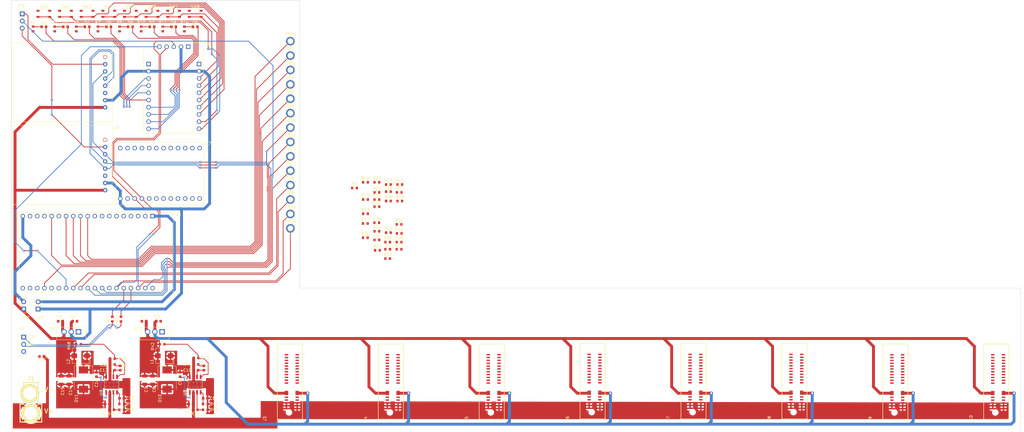
<source format=kicad_pcb>
(kicad_pcb (version 20211014) (generator pcbnew)
  (layers (0 "F.Cu" signal) (31 "B.Cu" signal) (34 "B.Paste" user) (35 "F.Paste" user) (36 "B.SilkS" user "B.Silkscreen") (37 "F.SilkS" user "F.Silkscreen") (38 "B.Mask" user) (39 "F.Mask" user) (44 "Edge.Cuts" user))
  (net 0 "")
  (net 1 "/I2C_SCL_SLOW")
  (net 2 "/I2C_SDA_SLOW")
  (net 3 "/SPI_CS_1")
  (net 4 "/SPI_CS_CORE")
  (net 5 "/SPI_SCK_CORE")
  (net 6 "/SPI_MISO_CORE")
  (net 7 "/SPI_MOSI_CORE")
  (net 8 "/I2C_SCL_FAST")
  (net 9 "/I2C_SDA_FAST")
  (net 10 "/SPI_CS_2")
  (net 11 "/SPI_CS_0")
  (net 12 "/SPI_SCK")
  (net 13 "/SPI_MISO")
  (net 14 "/SPI_MOSI")
  (net 15 "Net-(R9-Pad1)")
  (net 16 "Net-(R3-Pad1)")
  (net 17 "Net-(C16-Pad2)")
  (net 18 "+12V")
  (net 19 "Net-(R45-Pad1)")
  (net 20 "Net-(C13-Pad2)")
  (net 21 "Net-(R48-Pad1)")
  (net 22 "Net-(C17-Pad2)")
  (net 23 "GND")
  (net 24 "Net-(C16-Pad1)")
  (net 25 "Net-(C9-Pad2)")
  (net 26 "Net-(R39-Pad1)")
  (net 27 "Net-(C6-Pad2)")
  (net 28 "Net-(R42-Pad1)")
  (net 29 "Net-(C10-Pad2)")
  (net 30 "Net-(C9-Pad1)")
  (net 31 "+3V3")
  (net 33 "/I2C_SDA_0")
  (net 34 "/I2C_SCL_0")
  (net 35 "/I2C_SDA_1")
  (net 36 "/I2C_SCL_1")
  (net 37 "/I2C_SDA_2")
  (net 38 "/I2C_SCL_2")
  (net 39 "/I2C_SDA_3")
  (net 40 "/I2C_SCL_3")
  (net 41 "/I2C_SDA_4")
  (net 42 "/I2C_SCL_4")
  (net 43 "/I2C_SDA_5")
  (net 44 "/I2C_SCL_5")
  (net 45 "/I2C_SDA_6")
  (net 46 "/I2C_SCL_6")
  (net 47 "/I2C_SDA_7")
  (net 48 "/I2C_SCL_7")
  (net 49 "Net-(C18-Pad1)")
  (net 50 "+5V")
  (net 51 "Net-(J2-Pad1)")
  (net 52 "/UART_TX")
  (net 53 "Net-(J2-Pad2)")
  (net 54 "/UART_RX")
  (net 55 "Net-(D2-Pad1)")
  (net 56 "Net-(D3-Pad1)")
  (net 57 "Net-(D4-Pad1)")
  (net 58 "Net-(D5-Pad1)")
  (net 59 "Net-(D6-Pad1)")
  (net 60 "Net-(D7-Pad1)")
  (net 61 "Net-(D8-Pad1)")
  (net 62 "Net-(JP3-Pad3)")
  (net 63 "Net-(JP3-Pad1)")
  (net 64 "Net-(D9-Pad1)")
  (net 65 "/INT")
  (net 66 "Net-(C11-Pad1)")
  (net 67 "/EXT_5V")
  (net 68 "/BOARD_ID_1")
  (net 69 "/BROADCAST")
  (net 70 "/EXT_3V3")
  (net 71 "/BOARD_ID_7")
  (net 72 "/BOARD_ID_6")
  (net 73 "/BOARD_ID_5")
  (net 74 "/BOARD_ID_3")
  (net 75 "/BOARD_ID_4")
  (net 76 "/BOARD_ID_0")
  (net 77 "/BOARD_ID_2")
  (net 78 "/Button_0")
  (net 79 "/Button_1")
  (net 80 "/Button_2")
  (net 81 "/Button_3")
  (net 82 "/Button_4")
  (net 83 "/Button_5")
  (net 84 "/Button_6")
  (net 85 "/Button_7")
  (net 86 "/LED_0")
  (net 87 "/LED_1")
  (net 88 "/LED_2")
  (net 89 "/LED_3")
  (net 90 "/LED_4")
  (net 91 "/LED_5")
  (net 92 "/LED_6")
  (net 93 "/LED_7")
  (net 94 "Net-(JP1-Pad2)")
  (net 96 "Net-(JP2-Pad2)")
  (footprint "Capacitor_SMD:C_0603_1608Metric" (layer "F.Cu") (at 164.084 269.494 -90)
    (fp_text reference "C18")
    (fp_text value "90pF")
  )
  (footprint "Resistor_SMD:R_0603_1608Metric" (layer "F.Cu") (at 258.318 225.074)
    (fp_text reference "R26")
    (fp_text value "4.7k")
  )
  (footprint "Resistor_SMD:R_0603_1608Metric" (layer "F.Cu") (at 161.036 284.226 180)
    (fp_text reference "R45")
    (fp_text value "150k")
  )
  (footprint "Resistor_SMD:R_0603_1608Metric" (layer "F.Cu") (at 161.29 266.192)
    (fp_text reference "R49")
    (fp_text value "1.9k")
  )
  (footprint "Button_Switch_SMD:SW_SPST_PTS810" (layer "F.Cu") (at 137.16 144.526)
    (fp_text reference "SW1")
    (fp_text value "SW_Push")
  )
  (footprint "TPS54332DDAR:VREG_LM5017MR_NOPB" (layer "F.Cu") (at 161.036 275.336 90)
    (fp_text reference "U9")
    (fp_text value "TPS54332DDAR")
  )
  (footprint "Resistor_SMD:R_0603_1608Metric" (layer "F.Cu") (at 250.498 203.962)
    (fp_text reference "R16")
    (fp_text value "4.7k")
  )
  (footprint "Capacitor_SMD:C_1206_3216Metric" (layer "F.Cu") (at 143.256 273.763 -90)
    (fp_text reference "C15")
    (fp_text value "47uF")
  )
  (footprint "Button_Switch_SMD:SW_SPST_PTS810" (layer "F.Cu") (at 190.5 144.526)
    (fp_text reference "SW8")
    (fp_text value "SW_Push")
  )
  (footprint "PCIE_Socket:SAMTEC_PCIE-LP-01-01-F-DV-A-TR" (layer "F.Cu") (at 473.456 274.32 90)
    (fp_text reference "J10")
    (fp_text value "PCIE-LP-01-01-F-DV-A-TR")
  )
  (footprint "LD1117V33:TO255P1020X450X1968-3" (layer "F.Cu") (at 146.812 257.302 180)
    (fp_text reference "U3")
    (fp_text value "LD1117V33")
  )
  (footprint "Capacitor_SMD:C_1206_3216Metric" (layer "F.Cu") (at 172.72 273.763 -90)
    (fp_text reference "C7")
    (fp_text value "47uF")
  )
  (footprint "Capacitor_SMD:C_0603_1608Metric" (layer "F.Cu") (at 190.754 270.256)
    (fp_text reference "C10")
    (fp_text value "5pF")
  )
  (footprint "Resistor_SMD:R_0603_1608Metric" (layer "F.Cu") (at 258.572 221.742)
    (fp_text reference "R22")
    (fp_text value "4.7k")
  )
  (footprint "TestPoint:TestPoint_Plated_Hole_D2.0mm" (layer "F.Cu") (at 224.028 204.978)
    (fp_text reference "TP8")
    (fp_text value "TestPoint")
  )
  (footprint "Resistor_SMD:R_0603_1608Metric" (layer "F.Cu") (at 161.29 252.222 90)
    (fp_text reference "R2")
    (fp_text value "330")
  )
  (footprint "Resistor_SMD:R_0603_1608Metric" (layer "F.Cu") (at 148.59 149.86 -90)
    (fp_text reference "R6")
    (fp_text value "1k")
  )
  (footprint "Resistor_SMD:R_0603_1608Metric" (layer "F.Cu") (at 250.444 223.52)
    (fp_text reference "R25")
    (fp_text value "4.7k")
  )
  (footprint "Button_Switch_SMD:SW_SPST_PTS810" (layer "F.Cu") (at 182.88 144.526)
    (fp_text reference "SW7")
    (fp_text value "SW_Push")
  )
  (footprint "Connector_PinHeader_2.54mm:PinHeader_1x03_P2.54mm_Vertical" (layer "F.Cu") (at 130.048 258.587)
    (fp_text reference "J2")
    (fp_text value "UART Pins")
  )
  (footprint "Capacitor_SMD:C_0603_1608Metric" (layer "F.Cu") (at 159.512 282.194 180)
    (fp_text reference "C12")
    (fp_text value "10uF")
  )
  (footprint "Capacitor_SMD:C_0603_1608Metric" (layer "F.Cu") (at 148.069 252.984 180)
    (fp_text reference "C4")
    (fp_text value "10uF")
  )
  (footprint "TestPoint:TestPoint_Plated_Hole_D2.0mm" (layer "F.Cu") (at 224.028 220.218)
    (fp_text reference "TP16")
    (fp_text value "TestPoint")
  )
  (footprint "Ellie_Project_Footprints:SD_Card_Breakout" (layer "F.Cu") (at 143.51 169.926)
    (fp_text reference "U4")
    (fp_text value "SD_Card_Reader")
  )
  (footprint "Capacitor_SMD:C_0603_1608Metric" (layer "F.Cu") (at 161.29 270.256)
    (fp_text reference "C17")
    (fp_text value "5pF")
  )
  (footprint "Resistor_SMD:R_0603_1608Metric" (layer "F.Cu") (at 194.056 284.226 180)
    (fp_text reference "R40")
    (fp_text value "50k")
  )
  (footprint "Capacitor_SMD:C_1206_3216Metric" (layer "F.Cu") (at 175.514 273.763 -90)
    (fp_text reference "C8")
    (fp_text value "47uF")
  )
  (footprint "Capacitor_SMD:C_0603_1608Metric" (layer "F.Cu") (at 177.546 252.984 180)
    (fp_text reference "C3")
    (fp_text value "10uF")
  )
  (footprint "Ellie_Project_Footprints:MODULE_ESP32-DEVKITC-32D" (layer "F.Cu") (at 155.702 228.6 -90)
    (fp_text reference "U1")
    (fp_text value "ESP32-DEVKITC-32D")
  )
  (footprint "PCIE_Socket:SAMTEC_PCIE-LP-01-01-F-DV-A-TR" (layer "F.Cu") (at 402.336 274.193 90)
    (fp_text reference "J8")
    (fp_text value "PCIE-LP-01-01-F-DV-A-TR")
  )
  (footprint "Capacitor_SMD:C_0603_1608Metric" (layer "F.Cu") (at 164.592 280.162 180)
    (fp_text reference "C13")
    (fp_text value "15nF")
  )
  (footprint "TestPoint:TestPoint_Plated_Hole_D2.0mm" (layer "F.Cu") (at 224.028 194.818)
    (fp_text reference "TP12")
    (fp_text value "TestPoint")
  )
  (footprint "Capacitor_SMD:C_0603_1608Metric" (layer "F.Cu") (at 172.466 252.984)
    (fp_text reference "C1")
    (fp_text value "100nF")
  )
  (footprint "Diode_SMD:D_SMC" (layer "F.Cu") (at 180.594 273.558 -90)
    (fp_text reference "D10")
    (fp_text value "B340")
  )
  (footprint "LED_SMD:LED_0603_1608Metric" (layer "F.Cu") (at 144.78 149.098)
    (fp_text reference "D3")
    (fp_text value "LED")
  )
  (footprint "TestPoint:TestPoint_Plated_Hole_D2.0mm" (layer "F.Cu") (at 224.028 184.658)
    (fp_text reference "TP10")
    (fp_text value "TestPoint")
  )
  (footprint "Resistor_SMD:R_0603_1608Metric" (layer "F.Cu") (at 179.07 149.86 -90)
    (fp_text reference "R11")
    (fp_text value "1k")
  )
  (footprint "Connector_PinHeader_2.54mm:PinHeader_1x02_P2.54mm_Vertical" (layer "F.Cu") (at 130.048 248.666 180)
    (fp_text reference "JP2")
    (fp_text value "Jumper")
  )
  (footprint "Ellie_Project_Footprints:DEANS" (layer "F.Cu") (at 132.588 280.924 180)
    (fp_text reference "J1")
    (fp_text value "Conn_01x02" hide)
  )
  (footprint "Resistor_SMD:R_0603_1608Metric" (layer "F.Cu") (at 140.97 149.86 -90)
    (fp_text reference "R5")
    (fp_text value "1k")
  )
  (footprint "Resistor_SMD:R_0603_1608Metric" (layer "F.Cu") (at 254.508 210.058)
    (fp_text reference "R24")
    (fp_text value "4.7k")
  )
  (footprint "Resistor_SMD:R_0603_1608Metric" (layer "F.Cu") (at 149.352 261.112 180)
    (fp_text reference "R48")
    (fp_text value "10k")
  )
  (footprint "PCIE_Socket:SAMTEC_PCIE-LP-01-01-F-DV-A-TR" (layer "F.Cu") (at 224.536 274.2946 90)
    (fp_text reference "J3")
    (fp_text value "PCIE-LP-01-01-F-DV-A-TR")
  )
  (footprint "Ellie_Project_Footprints:SD_Card_Breakout" (layer "F.Cu") (at 143.51 199.136)
    (fp_text reference "U5")
    (fp_text value "SD_Card_Reader")
  )
  (footprint "TestPoint:TestPoint_Plated_Hole_D2.0mm" (layer "F.Cu") (at 224.028 189.738)
    (fp_text reference "TP11")
    (fp_text value "TestPoint")
  )
  (footprint "Connector_PinHeader_2.54mm:PinHeader_1x02_P2.54mm_Vertical" (layer "F.Cu") (at 135.128 248.666 180)
    (fp_text reference "JP1")
    (fp_text value "Jumper")
  )
  (footprint "PCF8575_Breakout:PCF8575_Breakout" (layer "F.Cu") (at 193.3675 154.7005 180)
    (fp_text reference "U6")
    (fp_text value "PCF8575_Breakout")
  )
  (footprint "Resistor_SMD:R_0603_1608Metric" (layer "F.Cu") (at 254.468 218.236)
    (fp_text reference "R36")
    (fp_text value "4.7k")
  )
  (footprint "Resistor_SMD:R_0603_1608Metric" (layer "F.Cu") (at 190.5 284.226 180)
    (fp_text reference "R39")
    (fp_text value "150k")
  )
  (footprint "Resistor_SMD:R_0603_1608Metric" (layer "F.Cu") (at 262.328 218.81)
    (fp_text reference "R32")
    (fp_text value "4.7k")
  )
  (footprint "Resistor_SMD:R_0603_1608Metric" (layer "F.Cu") (at 178.816 261.112 180)
    (fp_text reference "R42")
    (fp_text value "10k")
  )
  (footprint "LED_SMD:LED_0603_1608Metric" (layer "F.Cu") (at 182.88 149.098)
    (fp_text reference "D8")
    (fp_text value "LED")
  )
  (footprint "Resistor_SMD:R_0603_1608Metric" (layer "F.Cu") (at 262.328 225.074)
    (fp_text reference "R29")
    (fp_text value "4.7k")
  )
  (footprint "Resistor_SMD:R_0603_1608Metric" (layer "F.Cu") (at 250.498 215.048)
    (fp_text reference "R23")
    (fp_text value "4.7k")
  )
  (footprint "TestPoint:TestPoint_Plated_Hole_D2.0mm" (layer "F.Cu") (at 224.028 174.498)
    (fp_text reference "TP3")
    (fp_text value "TestPoint")
  )
  (footprint "Resistor_SMD:R_0603_1608Metric" (layer "F.Cu") (at 254.508 212.568)
    (fp_text reference "R34")
    (fp_text value "4.7k")
  )
  (footprint "LED_SMD:LED_0603_1608Metric" (layer "F.Cu") (at 160.02 149.098)
    (fp_text reference "D5")
    (fp_text value "LED")
  )
  (footprint "Resistor_SMD:R_0603_1608Metric" (layer "F.Cu") (at 262.328 227.584)
    (fp_text reference "R37")
    (fp_text value "4.7k")
  )
  (footprint "Resistor_SMD:R_0603_1608Metric" (layer "F.Cu") (at 254.508 203.962)
    (fp_text reference "R31")
    (fp_text value "4.7k")
  )
  (footprint "Resistor_SMD:R_0603_1608Metric" (layer "F.Cu") (at 164.592 282.194 180)
    (fp_text reference "R47")
    (fp_text value "1M")
  )
  (footprint "Resistor_SMD:R_0603_1608Metric" (layer "F.Cu") (at 250.444 218.5)
    (fp_text reference "R17")
    (fp_text value "4.7k")
  )
  (footprint "PCIE_Socket:SAMTEC_PCIE-LP-01-01-F-DV-A-TR" (layer "F.Cu") (at 295.656 274.2946 90)
    (fp_text reference "J5")
    (fp_text value "PCIE-LP-01-01-F-DV-A-TR")
  )
  (footprint "PCIE_Socket:SAMTEC_PCIE-LP-01-01-F-DV-A-TR" (layer "F.Cu") (at 260.096 274.2946 90)
    (fp_text reference "J4")
    (fp_text value "PCIE-LP-01-01-F-DV-A-TR")
  )
  (footprint "Capacitor_SMD:C_1206_3216Metric" (layer "F.Cu") (at 146.05 273.763 -90)
    (fp_text reference "C14")
    (fp_text value "47uF")
  )
  (footprint "Button_Switch_SMD:SW_SPST_PTS810" (layer "F.Cu") (at 175.26 144.526)
    (fp_text reference "SW6")
    (fp_text value "SW_Push")
  )
  (footprint "Capacitor_SMD:C_0603_1608Metric" (layer "F.Cu") (at 142.989 252.984)
    (fp_text reference "C2")
    (fp_text value "100nF")
  )
  (footprint "Resistor_SMD:R_0603_1608Metric" (layer "F.Cu") (at 171.45 149.86 -90)
    (fp_text reference "R10")
    (fp_text value "1k")
  )
  (footprint "Resistor_SMD:R_0603_1608Metric" (layer "F.Cu") (at 190.754 265.938)
    (fp_text reference "R43")
    (fp_text value "1.9k")
  )
  (footprint "LED_SMD:LED_0603_1608Metric" (layer "F.Cu") (at 175.26 149.098)
    (fp_text reference "D7")
    (fp_text value "LED")
  )
  (footprint "LD1117V33:TO255P1020X450X1968-3" (layer "F.Cu") (at 176.276 257.302 180)
    (fp_text reference "U2")
    (fp_text value "LD1117V33")
  )
  (footprint "Diode_SMD:D_0603_1608Metric" (layer "F.Cu") (at 136.398 265.43 180)
    (fp_text reference "D1")
    (fp_text value "40V")
  )
  (footprint "PCIE_Socket:SAMTEC_PCIE-LP-01-01-F-DV-A-TR" (layer "F.Cu") (at 366.776 274.193 90)
    (fp_text reference "J7")
    (fp_text value "PCIE-LP-01-01-F-DV-A-TR")
  )
  (footprint "Resistor_SMD:R_0603_1608Metric" (layer "F.Cu") (at 254.508 224.282)
    (fp_text reference "R35")
    (fp_text value "4.7k")
  )
  (footprint "TCA9548A_Breakout:TCA9548A_Breakout" (layer "F.Cu") (at 193.5415 211.9015 90)
    (fp_text reference "U7")
    (fp_text value "TCA9548A_Breakout")
  )
  (footprint "Resistor_SMD:R_0603_1608Metric" (layer "F.Cu") (at 190.754 268.224 180)
    (fp_text reference "R44")
    (fp_text value "150k")
  )
  (footprint "Resistor_SMD:R_0603_1608Metric" (layer "F.Cu") (at 258.318 227.584)
    (fp_text reference "R3")
    (fp_text value "10k")
  )
  (footprint "TestPoint:TestPoint_Plated_Hole_D2.0mm" (layer "F.Cu") (at 224.028 215.138)
    (fp_text reference "TP15")
    (fp_text value "TestPoint")
  )
  (footprint "Capacitor_SMD:C_0603_1608Metric" (layer "F.Cu") (at 155.702 271.78 -90)
    (fp_text reference "C16")
    (fp_text value "0.1uF")
  )
  (footprint "TestPoint:TestPoint_Plated_Hole_D2.0mm" (layer "F.Cu") (at 224.028 179.578)
    (fp_text reference "TP6")
    (fp_text value "TestPoint")
  )
  (footprint "LED_SMD:LED_0603_1608Metric" (layer "F.Cu") (at 152.4 149.098)
    (fp_text reference "D4")
    (fp_text value "LED")
  )
  (footprint "PCIE_Socket:SAMTEC_PCIE-LP-01-01-F-DV-A-TR" (layer "F.Cu") (at 331.216 274.193 90)
    (fp_text reference "J6")
    (fp_text value "PCIE-LP-01-01-F-DV-A-TR")
  )
  (footprint "Resistor_SMD:R_0603_1608Metric" (layer "F.Cu") (at 163.83 149.86 -90)
    (fp_text reference "R8")
    (fp_text value "1k")
  )
  (footprint "Resistor_SMD:R_0603_1608Metric" (layer "F.Cu") (at 258.572 210.566)
    (fp_text reference "R38")
    (fp_text value "4.7k")
  )
  (footprint "Resistor_SMD:R_0603_1608Metric" (layer "F.Cu") (at 254.708 227.954)
    (fp_text reference "R21")
    (fp_text value "4.7k")
  )
  (footprint "TestPoint:TestPoint_Plated_Hole_D2.0mm" (layer "F.Cu") (at 224.028 210.058)
    (fp_text reference "TP9")
    (fp_text value "TestPoint")
  )
  (footprint "TestPoint:TestPoint_Plated_Hole_D2.0mm" (layer "F.Cu") (at 224.028 164.338)
    (fp_text reference "TP5")
    (fp_text value "TestPoint")
  )
  (footprint "Capacitor_SMD:C_0603_1608Metric" (layer "F.Cu") (at 185.166 271.78 -90)
    (fp_text reference "C9")
    (fp_text value "0.1uF")
  )
  (footprint "Capacitor_SMD:C_0603_1608Metric" (layer "F.Cu") (at 194.056 280.162 180)
    (fp_text reference "C6")
    (fp_text value "15nF")
  )
  (footprint "Button_Switch_SMD:SW_SPST_PTS810" (layer "F.Cu") (at 144.78 144.526)
    (fp_text reference "SW2")
    (fp_text value "SW_Push")
  )
  (footprint "TestPoint:TestPoint_Plated_Hole_D2.0mm" (layer "F.Cu") (at 224.028 199.898)
    (fp_text reference "TP13")
    (fp_text value "TestPoint")
  )
  (footprint "Resistor_SMD:R_0603_1608Metric" (layer "F.Cu") (at 156.21 149.86 -90)
    (fp_text reference "R7")
    (fp_text value "1k")
  )
  (footprint "Resistor_SMD:R_0603_1608Metric" (layer "F.Cu") (at 262.382 207.518)
    (fp_text reference "R27")
    (fp_text value "4.7k")
  )
  (footprint "Resistor_SMD:R_0603_1608Metric" (layer "F.Cu") (at 258.318 230.886)
    (fp_text reference "R33")
    (fp_text value "4.7k")
  )
  (footprint "LED_SMD:LED_0603_1608Metric" (layer "F.Cu") (at 137.16 149.098)
    (fp_text reference "D2")
    (fp_text value "LED")
  )
  (footprint "Capacitor_SMD:C_0603_1608Metric" (layer "F.Cu") (at 188.976 282.194 180)
    (fp_text reference "C5")
    (fp_text value "10uF")
  )
  (footprint "Resistor_SMD:R_0603_1608Metric" (layer "F.Cu") (at 164.338 252.222 90)
    (fp_text reference "R1")
    (fp_text value "330")
  )
  (footprint "Resistor_SMD:R_0603_1608Metric" (layer "F.Cu") (at 164.592 284.226 180)
    (fp_text reference "R46")
    (fp_text value "50k")
  )
  (footprint "Resistor_SMD:R_0603_1608Metric" (layer "F.Cu") (at 161.29 268.224 180)
    (fp_text reference "R50")
    (fp_text value "150k")
  )
  (footprint "Resistor_SMD:R_0603_1608Metric" (layer "F.Cu") (at 258.572 204.754)
    (fp_text reference "R13")
    (fp_text value "4.7k")
  )
  (footprint "Resistor_SMD:R_0603_1608Metric" (layer "F.Cu") (at 133.35 149.86 -90)
    (fp_text reference "R4")
    (fp_text value "1k")
  )
  (footprint "Resistor_SMD:R_0603_1608Metric" (layer "F.Cu") (at 254.508 207.518)
    (fp_text reference "R20")
    (fp_text value "4.7k")
  )
  (footprint "Resistor_SMD:R_0603_1608Metric" (layer "F.Cu") (at 258.572 207.264)
    (fp_text reference "R28")
    (fp_text value "4.7k")
  )
  (footprint "PCIE_Socket:SAMTEC_PCIE-LP-01-01-F-DV-A-TR" (layer "F.Cu") (at 437.896 274.32 90)
    (fp_text reference "J9")
    (fp_text value "PCIE-LP-01-01-F-DV-A-TR")
  )
  (footprint "Resistor_SMD:R_0603_1608Metric" (layer "F.Cu") (at 250.498 210.028)
    (fp_text reference "R19")
    (fp_text value "4.7k")
  )
  (footprint "Connector_PinHeader_2.54mm:PinHeader_1x03_P2.54mm_Vertical" (layer "F.Cu") (at 129.54 144.526)
    (fp_text reference "JP3")
    (fp_text value "Jumper_3_Bridged12")
  )
  (footprint "Resistor_SMD:R_0603_1608Metric" (layer "F.Cu") (at 194.056 282.194 180)
    (fp_text reference "R41")
    (fp_text value "1M")
  )
  (footprint "TestPoint:TestPoint_Plated_Hole_D2.0mm" (layer "F.Cu") (at 224.028 169.418)
    (fp_text reference "TP4")
    (fp_text value "TestPoint")
  )
  (footprint "TestPoint:TestPoint_Plated_Hole_D2.0mm" (layer "F.Cu") (at 224.028 154.178)
    (fp_text reference "TP14")
    (fp_text value "TestPoint")
  )
  (footprint "Button_Switch_SMD:SW_SPST_PTS810" (layer "F.Cu") (at 167.64 144.526)
    (fp_text reference "SW5")
    (fp_text value "SW_Push")
  )
  (footprint "Resistor_SMD:R_0603_1608Metric" (layer "F.Cu") (at 262.582 210.566)
    (fp_text reference "R18")
    (fp_text value "4.7k")
  )
  (footprint "Diode_SMD:D_SMC" (layer "F.Cu") (at 151.13 273.558 -90)
    (fp_text reference "D11")
    (fp_text value "B340")
  )
  (footprint "Resistor_SMD:R_0603_1608Metric" (layer "F.Cu") (at 262.382 221.996)
    (fp_text reference "R15")
    (fp_text value "1k")
  )
  (footprint "Resistor_SMD:R_0603_1608Metric" (layer "F.Cu") (at 246.634 205.994)
    (fp_text reference "R9")
    (fp_text value "10k")
  )
  (footprint "LED_SMD:LED_0603_1608Metric" (layer "F.Cu") (at 190.5 149.098)
    (fp_text reference "D9")
    (fp_text value "LED")
  )
  (footprint "Inductor_SMD:L_Bourns_SRP5030T" (layer "F.Cu") (at 179.578 265.176 180)
    (fp_text reference "L1")
    (fp_text value "3.5uH")
  )
  (footprint "Inductor_SMD:L_Bourns_SRP5030T" (layer "F.Cu") (at 150.114 265.176 180)
    (fp_text reference "L2")
    (fp_text value "3.5uH")
  )
  (footprint "TestPoint:TestPoint_Plated_Hole_D2.0mm" (layer "F.Cu") (at 224.028 159.258)
    (fp_text reference "TP7")
    (fp_text value "TestPoint")
  )
  (footprint "Resistor_SMD:R_0603_1608Metric" (layer "F.Cu") (at 186.69 149.86 -90)
    (fp_text reference "R14")
    (fp_text value "1k")
  )
  (footprint "Capacitor_SMD:C_0603_1608Metric" (layer "F.Cu") (at 193.548 269.494 -90)
    (fp_text reference "C11")
    (fp_text value "90pF")
  )
  (footprint "LED_SMD:LED_0603_1608Metric" (layer "F.Cu") (at 167.64 149.098)
    (fp_text reference "D6")
    (fp_text value "LED")
  )
  (footprint "Button_Switch_SMD:SW_SPST_PTS810" (layer "F.Cu") (at 160.02 144.526)
    (fp_text reference "SW4")
    (fp_text value "SW_Push")
  )
  (footprint "Resistor_SMD:R_0603_1608Metric" (layer "F.Cu") (at 254.508 221.234)
    (fp_text reference "R30")
    (fp_text value "4.7k")
  )
  (footprint "Button_Switch_SMD:SW_SPST_PTS810" (layer "F.Cu") (at 152.4 144.526)
    (fp_text reference "SW3")
    (fp_text value "SW_Push")
  )
  (footprint "TPS54332DDAR:VREG_LM5017MR_NOPB" (layer "F.Cu") (at 190.5 275.336 90)
    (fp_text reference "U8")
    (fp_text value "TPS54332DDAR")
  )
  (footprint "Resistor_SMD:R_0603_1608Metric" (layer "F.Cu") (at 262.582 204.754)
    (fp_text reference "R12")
    (fp_text value "4.7k")
  )
  (gr_line (start 481.33 292.1) (end 125.73 292.1) (layer "Edge.Cuts") (width 0.1))
  (gr_line (start 227.33 139.7) (end 125.73 139.7) (layer "Edge.Cuts") (width 0.1))
  (gr_line (start 481.33 241.3) (end 481.33 292.1) (layer "Edge.Cuts") (width 0.1))
  (gr_line (start 227.33 139.7) (end 227.33 241.3) (layer "Edge.Cuts") (width 0.1))
  (gr_line (start 125.73 139.7) (end 125.73 292.1) (layer "Edge.Cuts") (width 0.1))
  (gr_line (start 227.33 241.3) (end 481.33 241.3) (layer "Edge.Cuts") (width 0.1))
  (gr_text "RX" (at 133.096 261.112) (layer "F.SilkS") (effects (font (size 1 1))))
  (gr_text "TX" (at 133.096 258.572) (layer "F.SilkS") (effects (font (size 1 1))))
  (segment (start 178.054 219.964) (end 175.768 222.25) (width 0.254) (layer "F.Cu") (net 1))
  (segment (start 178.308 186.69) (end 178.308 158.75) (width 0.254) (layer "F.Cu") (net 1))
  (segment (start 178.054 214.122) (end 177.038 213.106) (width 0.254) (layer "F.Cu") (net 1))
  (segment (start 176.022 188.976) (end 178.308 186.69) (width 0.254) (layer "F.Cu") (net 1))
  (segment (start 171.7215 209.6945) (end 161.798 199.771) (width 0.254) (layer "F.Cu") (net 1))
  (segment (start 178.308 158.75) (end 180.4111 156.6469) (width 0.254) (layer "F.Cu") (net 1))
  (segment (start 170.382 241.3) (end 172.414 239.268) (width 0.254) (layer "F.Cu") (net 1))
  (segment (start 177.038 213.106) (end 175.126 213.106) (width 0.254) (layer "F.Cu") (net 1))
  (segment (start 178.054 214.122) (end 178.054 219.964) (width 0.254) (layer "F.Cu") (net 1))
  (segment (start 175.126 213.106) (end 171.7215 209.7015) (width 0.254) (layer "F.Cu") (net 1))
  (segment (start 161.798 199.771) (end 161.798 190.246) (width 0.254) (layer "F.Cu") (net 1))
  (segment (start 180.4111 156.6469) (end 180.4111 156.1445) (width 0.254) (layer "F.Cu") (net 1))
  (segment (start 161.798 190.246) (end 163.068 188.976) (width 0.254) (layer "F.Cu") (net 1))
  (segment (start 172.414 239.268) (end 219.202 239.268) (width 0.254) (layer "F.Cu") (net 1))
  (segment (start 224.028 234.442) (end 224.028 220.218) (width 0.254) (layer "F.Cu") (net 1))
  (segment (start 219.202 239.268) (end 224.028 234.442) (width 0.254) (layer "F.Cu") (net 1))
  (segment (start 163.068 188.976) (end 176.022 188.976) (width 0.254) (layer "F.Cu") (net 1))
  (via (at 175.768 222.25) (size 0.7112) (drill 0.3048) (layers "F.Cu" "B.Cu") (net 1))
  (segment (start 170.382 227.636) (end 170.382 241.3) (width 0.254) (layer "B.Cu") (net 1))
  (segment (start 175.768 222.25) (end 170.382 227.636) (width 0.254) (layer "B.Cu") (net 1))
  (segment (start 165.302 238.76) (end 218.948 238.76) (width 0.254) (layer "F.Cu") (net 2))
  (segment (start 169.1815 209.7015) (end 161.29 201.81) (width 0.254) (layer "F.Cu") (net 2))
  (segment (start 173.094 213.614) (end 176.784 213.614) (width 0.254) (layer "F.Cu") (net 2))
  (segment (start 162.858259 188.468) (end 175.768 188.468) (width 0.254) (layer "F.Cu") (net 2))
  (segment (start 176.784 154.178) (end 182.118 154.178) (width 0.254) (layer "F.Cu") (net 2))
  (segment (start 221.488 236.22) (end 221.488 217.678) (width 0.254) (layer "F.Cu") (net 2))
  (segment (start 177.546 214.376) (end 177.546 219.202) (width 0.254) (layer "F.Cu") (net 2))
  (segment (start 177.8 158.75) (end 176.022 156.972) (width 0.254) (layer "F.Cu") (net 2))
  (segment (start 175.768 188.468) (end 177.8 186.436) (width 0.254) (layer "F.Cu") (net 2))
  (segment (start 176.784 213.614) (end 177.546 214.376) (width 0.254) (layer "F.Cu") (net 2))
  (segment (start 177.546 219.202) (end 175.26 221.488) (width 0.254) (layer "F.Cu") (net 2))
  (segment (start 176.022 154.94) (end 176.784 154.178) (width 0.254) (layer "F.Cu") (net 2))
  (segment (start 221.488 217.678) (end 224.028 215.138) (width 0.254) (layer "F.Cu") (net 2))
  (segment (start 177.8 186.436) (end 177.8 158.75) (width 0.254) (layer "F.Cu") (net 2))
  (segment (start 162.762 241.3) (end 165.302 238.76) (width 0.254) (layer "F.Cu") (net 2))
  (segment (start 182.9511 155.0111) (end 182.9511 156.1445) (width 0.254) (layer "F.Cu") (net 2))
  (segment (start 218.948 238.76) (end 221.488 236.22) (width 0.254) (layer "F.Cu") (net 2))
  (segment (start 182.118 154.178) (end 182.9511 155.0111) (width 0.254) (layer "F.Cu") (net 2))
  (segment (start 169.1815 209.7015) (end 173.094 213.614) (width 0.254) (layer "F.Cu") (net 2))
  (segment (start 161.29 201.81) (end 161.29 190.036259) (width 0.254) (layer "F.Cu") (net 2))
  (segment (start 161.29 190.036259) (end 162.858259 188.468) (width 0.254) (layer "F.Cu") (net 2))
  (segment (start 176.022 156.972) (end 176.022 154.94) (width 0.254) (layer "F.Cu") (net 2))
  (segment (start 175.26 221.488) (end 174.498 222.25) (width 0.254) (layer "F.Cu") (net 2))
  (via (at 174.498 222.25) (size 0.7112) (drill 0.3048) (layers "F.Cu" "B.Cu") (net 2))
  (segment (start 162.762 241.3) (end 162.762 240.844) (width 0.254) (layer "B.Cu") (net 2))
  (segment (start 169.87448 226.87352) (end 174.498 222.25) (width 0.254) (layer "B.Cu") (net 2))
  (segment (start 164.338 239.268) (end 168.91 239.268) (width 0.254) (layer "B.Cu") (net 2))
  (segment (start 169.87448 238.30352) (end 169.87448 226.87352) (width 0.254) (layer "B.Cu") (net 2))
  (segment (start 168.91 239.268) (end 169.87448 238.30352) (width 0.254) (layer "B.Cu") (net 2))
  (segment (start 162.762 240.844) (end 164.338 239.268) (width 0.254) (layer "B.Cu") (net 2))
  (segment (start 224.028 154.178) (end 211.582 166.624) (width 0.254) (layer "F.Cu") (net 3))
  (segment (start 175.006 226.568) (end 170.434 231.14) (width 0.254) (layer "F.Cu") (net 3))
  (segment (start 209.892516 226.568) (end 175.006 226.568) (width 0.254) (layer "F.Cu") (net 3))
  (segment (start 153.924 231.14) (end 152.602 229.818) (width 0.254) (layer "F.Cu") (net 3))
  (segment (start 152.602 229.818) (end 152.602 215.9) (width 0.254) (layer "F.Cu") (net 3))
  (segment (start 211.582 166.624) (end 211.582 224.878516) (width 0.254) (layer "F.Cu") (net 3))
  (segment (start 211.582 224.878516) (end 209.892516 226.568) (width 0.254) (layer "F.Cu") (net 3))
  (segment (start 170.434 231.14) (end 153.924 231.14) (width 0.254) (layer "F.Cu") (net 3))
  (segment (start 217.651631 231.928369) (end 217.651631 226.822) (width 0.254) (layer "F.Cu") (net 4))
  (segment (start 180.594 233.934) (end 215.646 233.934) (width 0.254) (layer "F.Cu") (net 4))
  (segment (start 217.651631 206.248) (end 217.678 206.248) (width 0.254) (layer "F.Cu") (net 4))
  (segment (start 215.646 233.934) (end 217.651631 231.928369) (width 0.254) (layer "F.Cu") (net 4))
  (segment (start 217.651631 226.822) (end 217.651631 206.248) (width 0.254) (layer "F.Cu") (net 4))
  (segment (start 217.678 206.248) (end 224.028 199.898) (width 0.254) (layer "F.Cu") (net 4))
  (via (at 217.651631 206.248) (size 0.7112) (drill 0.3048) (layers "F.Cu" "B.Cu") (net 4))
  (via (at 180.594 233.934) (size 0.7112) (drill 0.3048) (layers "F.Cu" "B.Cu") (net 4))
  (segment (start 217.905631 162.787631) (end 209.296 154.178) (width 0.254) (layer "B.Cu") (net 4))
  (segment (start 155.14152 243.83952) (end 161.544 243.83952) (width 0.254) (layer "B.Cu") (net 4))
  (segment (start 152.602 241.3) (end 155.14152 243.83952) (width 0.254) (layer "B.Cu") (net 4))
  (segment (start 180.59304 241.3) (end 180.59304 236.72896) (width 0.254) (layer "B.Cu") (net 4))
  (segment (start 217.905631 202.184) (end 217.905631 162.787631) (width 0.254) (layer "B.Cu") (net 4))
  (segment (start 180.594 236.728) (end 180.594 233.934) (width 0.254) (layer "B.Cu") (net 4))
  (segment (start 180.59304 236.72896) (end 180.594 236.728) (width 0.254) (layer "B.Cu") (net 4))
  (segment (start 161.544 243.83952) (end 179.026221 243.83952) (width 0.254) (layer "B.Cu") (net 4))
  (segment (start 209.296 154.178) (end 136.667 154.178) (width 0.254) (layer "B.Cu") (net 4))
  (segment (start 179.026221 243.83952) (end 180.59304 242.272701) (width 0.254) (layer "B.Cu") (net 4))
  (segment (start 217.651631 206.248) (end 217.651631 202.438) (width 0.254) (layer "B.Cu") (net 4))
  (segment (start 136.667 154.178) (end 129.54 147.051) (width 0.254) (layer "B.Cu") (net 4))
  (segment (start 217.651631 202.438) (end 217.905631 202.184) (width 0.254) (layer "B.Cu") (net 4))
  (segment (start 180.59304 242.272701) (end 180.59304 241.3) (width 0.254) (layer "B.Cu") (net 4))
  (segment (start 217.144111 226.612723) (end 217.143635 226.612247) (width 0.254) (layer "F.Cu") (net 5))
  (segment (start 180.594 232.918) (end 181.356 232.918) (width 0.254) (layer "F.Cu") (net 5))
  (segment (start 217.143631 206.781019) (end 216.91552 206.552908) (width 0.254) (layer "F.Cu") (net 5))
  (segment (start 217.144111 231.673889) (end 217.144111 226.612723) (width 0.254) (layer "F.Cu") (net 5))
  (segment (start 216.91552 205.943092) (end 217.143631 205.714981) (width 0.254) (layer "F.Cu") (net 5))
  (segment (start 217.143631 205.714981) (end 217.143631 201.676) (width 0.254) (layer "F.Cu") (net 5))
  (segment (start 181.356 232.918) (end 181.864 233.426) (width 0.254) (layer "F.Cu") (net 5))
  (segment (start 216.91552 206.552908) (end 216.91552 205.943092) (width 0.254) (layer "F.Cu") (net 5))
  (segment (start 215.392 233.426) (end 217.144111 231.673889) (width 0.254) (layer "F.Cu") (net 5))
  (segment (start 181.864 233.426) (end 215.392 233.426) (width 0.254) (layer "F.Cu") (net 5))
  (segment (start 217.143631 201.676) (end 217.17 201.676) (width 0.254) (layer "F.Cu") (net 5))
  (segment (start 217.17 201.676) (end 224.028 194.818) (width 0.254) (layer "F.Cu") (net 5))
  (segment (start 217.143635 226.612247) (end 217.143635 206.781019) (width 0.254) (layer "F.Cu") (net 5))
  (segment (start 197.866 198.882) (end 192.278 198.882) (width 0.254) (layer "F.Cu") (net 5))
  (via (at 217.143631 201.676) (size 0.7112) (drill 0.3048) (layers "F.Cu" "B.Cu") (net 5))
  (via (at 197.866 198.882) (size 0.7112) (drill 0.3048) (layers "F.Cu" "B.Cu") (net 5))
  (via (at 180.594 232.918) (size 0.7112) (drill 0.3048) (layers "F.Cu" "B.Cu") (net 5))
  (via (at 192.278 198.882) (size 0.7112) (drill 0.3048) (layers "F.Cu" "B.Cu") (net 5))
  (segment (start 161.54448 197.86552) (end 191.00752 197.86552) (width 0.254) (layer "B.Cu") (net 5))
  (segment (start 199.13648 197.86552) (end 215.89991 197.86552) (width 0.254) (layer "B.Cu") (net 5))
  (segment (start 155.142 241.3) (end 157.174 243.332) (width 0.254) (layer "B.Cu") (net 5))
  (segment (start 157.174 243.332) (end 178.816 243.332) (width 0.254) (layer "B.Cu") (net 5))
  (segment (start 161.79752 166.87848) (end 158.75 169.926) (width 0.254) (layer "B.Cu") (net 5))
  (segment (start 192.024 198.882) (end 192.278 198.882) (width 0.254) (layer "B.Cu") (net 5))
  (segment (start 153.416 160.274) (end 156.464 157.226) (width 0.254) (layer "B.Cu") (net 5))
  (segment (start 161.79752 158.49552) (end 161.79752 166.87848) (width 0.254) (layer "B.Cu") (net 5))
  (segment (start 197.866 198.882) (end 198.12 198.882) (width 0.254) (layer "B.Cu") (net 5))
  (segment (start 180.08552 242.06248) (end 180.08552 234.70803) (width 0.254) (layer "B.Cu") (net 5))
  (segment (start 216.102612 198.068612) (end 217.143631 199.109631) (width 0.254) (layer "B.Cu") (net 5))
  (segment (start 180.086 232.918) (end 180.594 232.918) (width 0.254) (layer "B.Cu") (net 5))
  (segment (start 160.528 157.226) (end 161.79752 158.49552) (width 0.254) (layer "B.Cu") (net 5))
  (segment (start 158.75 199.136) (end 153.416 193.802) (width 0.254) (layer "B.Cu") (net 5))
  (segment (start 191.00752 197.86552) (end 192.024 198.882) (width 0.254) (layer "B.Cu") (net 5))
  (segment (start 179.578 233.426) (end 180.086 232.918) (width 0.254) (layer "B.Cu") (net 5))
  (segment (start 156.464 157.226) (end 160.528 157.226) (width 0.254) (layer "B.Cu") (net 5))
  (segment (start 180.08552 234.70803) (end 179.578 234.20051) (width 0.254) (layer "B.Cu") (net 5))
  (segment (start 160.274 199.136) (end 161.54448 197.86552) (width 0.254) (layer "B.Cu") (net 5))
  (segment (start 215.89991 197.86552) (end 216.102612 198.068222) (width 0.254) (layer "B.Cu") (net 5))
  (segment (start 217.143631 199.109631) (end 217.143631 201.676) (width 0.254) (layer "B.Cu") (net 5))
  (segment (start 216.102612 198.068222) (end 216.102612 198.068612) (width 0.254) (layer "B.Cu") (net 5))
  (segment (start 178.816 243.332) (end 180.08552 242.06248) (width 0.254) (layer "B.Cu") (net 5))
  (segment (start 198.12 198.882) (end 199.13648 197.86552) (width 0.254) (layer "B.Cu") (net 5))
  (segment (start 158.75 199.136) (end 160.274 199.136) (width 0.254) (layer "B.Cu") (net 5))
  (segment (start 179.578 234.20051) (end 179.578 233.426) (width 0.254) (layer "B.Cu") (net 5))
  (segment (start 153.416 193.802) (end 153.416 160.274) (width 0.254) (layer "B.Cu") (net 5))
  (segment (start 216.40752 197.332111) (end 216.433889 197.332111) (width 0.254) (layer "F.Cu") (net 6))
  (segment (start 216.40752 201.980908) (end 216.40752 197.332111) (width 0.254) (layer "F.Cu") (net 6))
  (segment (start 216.635631 202.209019) (end 216.40752 201.980908) (width 0.254) (layer "F.Cu") (net 6))
  (segment (start 216.635631 206.990761) (end 216.408 206.763129) (width 0.254) (layer "F.Cu") (net 6))
  (segment (start 216.635635 206.990772) (end 216.635635 231.420365) (width 0.254) (layer "F.Cu") (net 6))
  (segment (start 216.635635 231.420365) (end 215.138 232.918) (width 0.254) (layer "F.Cu") (net 6))
  (segment (start 215.138 232.918) (end 182.372 232.918) (width 0.254) (layer "F.Cu") (net 6))
  (segment (start 216.635631 205.50524) (end 216.635631 202.209019) (width 0.254) (layer "F.Cu") (net 6))
  (segment (start 197.891019 197.866) (end 192.278 197.866) (width 0.254) (layer "F.Cu") (net 6))
  (segment (start 181.356 231.902) (end 180.594 231.902) (width 0.254) (layer "F.Cu") (net 6))
  (segment (start 216.408 205.732871) (end 216.635631 205.50524) (width 0.254) (layer "F.Cu") (net 6))
  (segment (start 216.433889 197.332111) (end 224.028 189.738) (width 0.254) (layer "F.Cu") (net 6))
  (segment (start 216.408 206.763129) (end 216.408 205.732871) (width 0.254) (layer "F.Cu") (net 6))
  (segment (start 182.372 232.918) (end 181.356 231.902) (width 0.254) (layer "F.Cu") (net 6))
  (via (at 197.891019 197.866) (size 0.7112) (drill 0.3048) (layers "F.Cu" "B.Cu") (net 6))
  (via (at 192.278 197.866) (size 0.7112) (drill 0.3048) (layers "F.Cu" "B.Cu") (net 6))
  (via (at 216.40752 197.332111) (size 0.7112) (drill 0.3048) (layers "F.Cu" "B.Cu") (net 6))
  (via (at 180.594 231.902) (size 0.7112) (drill 0.3048) (layers "F.Cu" "B.Cu") (net 6))
  (segment (start 157.682 241.3) (end 159.206 242.824) (width 0.254) (layer "B.Cu") (net 6))
  (segment (start 179.07 234.442) (end 179.07 232.918) (width 0.254) (layer "B.Cu") (net 6))
  (segment (start 198.399019 197.358) (end 216.381631 197.358) (width 0.254) (layer "B.Cu") (net 6))
  (segment (start 197.891019 197.866) (end 198.399019 197.358) (width 0.254) (layer "B.Cu") (net 6))
  (segment (start 191.516 197.358) (end 159.512 197.358) (width 0.254) (layer "B.Cu") (net 6))
  (segment (start 161.29 158.75) (end 161.29 164.846) (width 0.254) (layer "B.Cu") (net 6))
  (segment (start 158.75 196.596) (end 153.924 191.77) (width 0.254) (layer "B.Cu") (net 6))
  (segment (start 156.718 157.734) (end 160.274 157.734) (width 0.254) (layer "B.Cu") (net 6))
  (segment (start 179.578 241.763742) (end 179.578 234.95) (width 0.254) (layer "B.Cu") (net 6))
  (segment (start 153.924 191.77) (end 153.924 160.528) (width 0.254) (layer "B.Cu") (net 6))
  (segment (start 180.086 231.902) (end 180.594 231.902) (width 0.254) (layer "B.Cu") (net 6))
  (segment (start 160.274 157.734) (end 161.29 158.75) (width 0.254) (layer "B.Cu") (net 6))
  (segment (start 197.866 197.866) (end 197.891019 197.866) (width 0.254) (layer "B.Cu") (net 6))
  (segment (start 179.07 232.918) (end 180.086 231.902) (width 0.254) (layer "B.Cu") (net 6))
  (segment (start 178.517742 242.824) (end 179.578 241.763742) (width 0.254) (layer "B.Cu") (net 6))
  (segment (start 159.206 242.824) (end 178.517742 242.824) (width 0.254) (layer "B.Cu") (net 6))
  (segment (start 216.381631 197.358) (end 216.40752 197.332111) (width 0.254) (layer "B.Cu") (net 6))
  (segment (start 161.29 164.846) (end 158.75 167.386) (width 0.254) (layer "B.Cu") (net 6))
  (segment (start 192.278 197.866) (end 192.024 197.866) (width 0.254) (layer "B.Cu") (net 6))
  (segment (start 192.024 197.866) (end 191.516 197.358) (width 0.254) (layer "B.Cu") (net 6))
  (segment (start 159.512 197.358) (end 158.75 196.596) (width 0.254) (layer "B.Cu") (net 6))
  (segment (start 179.578 234.95) (end 179.07 234.442) (width 0.254) (layer "B.Cu") (net 6))
  (segment (start 153.924 160.528) (end 156.718 157.734) (width 0.254) (layer "B.Cu") (net 6))
  (segment (start 197.866 196.85) (end 192.278 196.85) (width 0.254) (layer "F.Cu") (net 7))
  (segment (start 215.671409 197.637019) (end 215.671409 192.988222) (width 0.254) (layer "F.Cu") (net 7))
  (segment (start 181.356 230.886) (end 182.88 232.41) (width 0.254) (layer "F.Cu") (net 7))
  (segment (start 215.9 197.86561) (end 215.671409 197.637019) (width 0.254) (layer "F.Cu") (net 7))
  (segment (start 180.594 230.886) (end 181.356 230.886) (width 0.254) (layer "F.Cu") (net 7))
  (segment (start 216.128111 202.419241) (end 215.9 202.191129) (width 0.254) (layer "F.Cu") (net 7))
  (segment (start 182.88 232.41) (end 214.928258 232.41) (width 0.254) (layer "F.Cu") (net 7))
  (segment (start 215.90048 205.522649) (end 216.128111 205.295018) (width 0.254) (layer "F.Cu") (net 7))
  (segment (start 215.671409 192.988222) (end 215.697778 192.988222) (width 0.254) (layer "F.Cu") (net 7))
  (segment (start 216.128111 205.295018) (end 216.128111 202.419241) (width 0.254) (layer "F.Cu") (net 7))
  (segment (start 216.128117 231.210141) (end 216.128117 207.200983) (width 0.254) (layer "F.Cu") (net 7))
  (segment (start 215.90048 206.973351) (end 215.90048 205.522649) (width 0.254) (layer "F.Cu") (net 7))
  (segment (start 214.928258 232.41) (end 216.128117 231.210141) (width 0.254) (layer "F.Cu") (net 7))
  (segment (start 215.9 202.191129) (end 215.9 197.86561) (width 0.254) (layer "F.Cu") (net 7))
  (segment (start 216.128111 207.200982) (end 215.90048 206.973351) (width 0.254) (layer "F.Cu") (net 7))
  (segment (start 215.697778 192.988222) (end 224.028 184.658) (width 0.254) (layer "F.Cu") (net 7))
  (via (at 180.594 230.886) (size 0.7112) (drill 0.3048) (layers "F.Cu" "B.Cu") (net 7))
  (via (at 197.866 196.85) (size 0.7112) (drill 0.3048) (layers "F.Cu" "B.Cu") (net 7))
  (via (at 192.278 196.85) (size 0.7112) (drill 0.3048) (layers "F.Cu" "B.Cu") (net 7))
  (via (at 215.671409 192.988222) (size 0.7112) (drill 0.3048) (layers "F.Cu" "B.Cu") (net 7))
  (segment (start 215.392 196.85) (end 215.671409 196.570591) (width 0.254) (layer "B.Cu") (net 7))
  (segment (start 178.054 238.252) (end 179.07048 237.23552) (width 0.254) (layer "B.Cu") (net 7))
  (segment (start 158.75 194.056) (end 154.432 189.738) (width 0.254) (layer "B.Cu") (net 7))
  (segment (start 179.07048 237.23552) (end 179.07048 235.182351) (width 0.254) (layer "B.Cu") (net 7))
  (segment (start 178.562 232.41) (end 180.086 230.886) (width 0.254) (layer "B.Cu") (net 7))
  (segment (start 154.432 189.738) (end 154.432 169.164) (width 0.254) (layer "B.Cu") (net 7))
  (segment (start 197.866 196.85) (end 215.392 196.85) (width 0.254) (layer "B.Cu") (net 7))
  (segment (start 192.278 196.85) (end 161.798 196.85) (width 0.254) (layer "B.Cu") (net 7))
  (segment (start 172.922 241.3) (end 175.97 238.252) (width 0.254) (layer "B.Cu") (net 7))
  (segment (start 180.086 230.886) (end 180.594 230.886) (width 0.254) (layer "B.Cu") (net 7))
  (segment (start 154.432 169.164) (end 158.75 164.846) (width 0.254) (layer "B.Cu") (net 7))
  (segment (start 178.562 234.673871) (end 178.562 232.41) (width 0.254) (layer "B.Cu") (net 7))
  (segment (start 179.07048 235.182351) (end 178.562 234.673871) (width 0.254) (layer "B.Cu") (net 7))
  (segment (start 161.544 196.85) (end 161.798 196.85) (width 0.254) (layer "B.Cu") (net 7))
  (segment (start 215.671409 196.570591) (end 215.671409 192.988222) (width 0.254) (layer "B.Cu") (net 7))
  (segment (start 158.75 194.056) (end 161.544 196.85) (width 0.254) (layer "B.Cu") (net 7))
  (segment (start 175.97 238.252) (end 178.054 238.252) (width 0.254) (layer "B.Cu") (net 7))
  (segment (start 154.888 236.474) (end 216.662 236.474) (width 0.254) (layer "F.Cu") (net 8))
  (segment (start 219.71 233.426) (end 219.71 214.376) (width 0.254) (layer "F.Cu") (net 8))
  (segment (start 150.062 241.3) (end 154.888 236.474) (width 0.254) (layer "F.Cu") (net 8))
  (segment (start 219.71 214.376) (end 224.028 210.058) (width 0.254) (layer "F.Cu") (net 8))
  (segment (start 216.662 236.474) (end 219.71 233.426) (width 0.254) (layer "F.Cu") (net 8))
  (segment (start 147.522 241.3) (end 152.856 235.966) (width 0.254) (layer "F.Cu") (net 9))
  (segment (start 152.856 235.966) (end 216.408 235.966) (width 0.254) (layer "F.Cu") (net 9))
  (segment (start 216.408 235.966) (end 219.202 233.172) (width 0.254) (layer "F.Cu") (net 9))
  (segment (start 219.202 209.804) (end 224.028 204.978) (width 0.254) (layer "F.Cu") (net 9))
  (segment (start 219.202 233.172) (end 219.202 209.804) (width 0.254) (layer "F.Cu") (net 9))
  (segment (start 170.732258 231.648) (end 151.892 231.648) (width 0.254) (layer "F.Cu") (net 10))
  (segment (start 151.892 231.648) (end 150.062 229.818) (width 0.254) (layer "F.Cu") (net 10))
  (segment (start 212.09 225.088258) (end 210.102258 227.076) (width 0.254) (layer "F.Cu") (net 10))
  (segment (start 210.102258 227.076) (end 175.304258 227.076) (width 0.254) (layer "F.Cu") (net 10))
  (segment (start 175.304258 227.076) (end 170.732258 231.648) (width 0.254) (layer "F.Cu") (net 10))
  (segment (start 224.028 159.258) (end 212.09 171.196) (width 0.254) (layer "F.Cu") (net 10))
  (segment (start 212.09 171.196) (end 212.09 225.088258) (width 0.254) (layer "F.Cu") (net 10))
  (segment (start 150.062 229.818) (end 150.062 215.9) (width 0.254) (layer "F.Cu") (net 10))
  (segment (start 213.614 226.568) (end 214.122 226.06) (width 0.254) (layer "F.Cu") (net 11))
  (segment (start 176.276 229.108) (end 183.642 229.108) (width 0.254) (layer "F.Cu") (net 11))
  (segment (start 183.642 229.108) (end 211.074 229.108) (width 0.254) (layer "F.Cu") (net 11))
  (segment (start 137.362 239.574) (end 137.414 239.522) (width 0.254) (layer "F.Cu") (net 11))
  (segment (start 137.362 241.3) (end 137.362 239.574) (width 0.254) (layer "F.Cu") (net 11))
  (segment (start 173.99 231.394) (end 176.276 229.108) (width 0.254) (layer "F.Cu") (net 11))
  (segment (start 214.122 226.06) (end 214.122 201.676) (width 0.254) (layer "F.Cu") (net 11))
  (segment (start 137.414 239.522) (end 143.256 233.68) (width 0.254) (layer "F.Cu") (net 11))
  (segment (start 214.122 201.676) (end 214.122 189.484) (width 0.254) (layer "F.Cu") (net 11))
  (segment (start 143.256 233.68) (end 155.956 233.68) (width 0.254) (layer "F.Cu") (net 11))
  (segment (start 171.704 233.68) (end 173.99 231.394) (width 0.254) (layer "F.Cu") (net 11))
  (segment (start 155.956 233.68) (end 171.704 233.68) (width 0.254) (layer "F.Cu") (net 11))
  (segment (start 211.074 229.108) (end 213.614 226.568) (width 0.254) (layer "F.Cu") (net 11))
  (segment (start 224.028 179.578) (end 214.122 189.484) (width 0.254) (layer "F.Cu") (net 11))
  (segment (start 147.522 229.818) (end 147.522 215.9) (width 0.254) (layer "F.Cu") (net 12))
  (segment (start 224.028 164.338) (end 212.598 175.768) (width 0.254) (layer "F.Cu") (net 12))
  (segment (start 170.942 232.156) (end 149.86 232.156) (width 0.254) (layer "F.Cu") (net 12))
  (segment (start 210.312 227.584) (end 175.514 227.584) (width 0.254) (layer "F.Cu") (net 12))
  (segment (start 212.598 175.768) (end 212.598 225.298) (width 0.254) (layer "F.Cu") (net 12))
  (segment (start 149.86 232.156) (end 147.522 229.818) (width 0.254) (layer "F.Cu") (net 12))
  (segment (start 175.514 227.584) (end 170.942 232.156) (width 0.254) (layer "F.Cu") (net 12))
  (segment (start 212.598 225.298) (end 210.312 227.584) (width 0.254) (layer "F.Cu") (net 12))
  (segment (start 210.566 228.092) (end 213.106 225.552) (width 0.254) (layer "F.Cu") (net 13))
  (segment (start 213.106 225.552) (end 213.106 186.944) (width 0.254) (layer "F.Cu") (net 13))
  (segment (start 213.10552 180.34048) (end 213.10552 186.94352) (width 0.254) (layer "F.Cu") (net 13))
  (segment (start 213.106 186.944) (end 213.106 186.182) (width 0.254) (layer "F.Cu") (net 13))
  (segment (start 224.028 169.418) (end 213.10552 180.34048) (width 0.254) (layer "F.Cu") (net 13))
  (segment (start 171.196 232.664) (end 175.768 228.092) (width 0.254) (layer "F.Cu") (net 13))
  (segment (start 175.768 228.092) (end 210.566 228.092) (width 0.254) (layer "F.Cu") (net 13))
  (segment (start 144.982 229.818) (end 147.828 232.664) (width 0.254) (layer "F.Cu") (net 13))
  (segment (start 147.828 232.664) (end 171.196 232.664) (width 0.254) (layer "F.Cu") (net 13))
  (segment (start 144.982 215.9) (end 144.982 229.818) (width 0.254) (layer "F.Cu") (net 13))
  (segment (start 213.10552 186.94352) (end 213.106 186.944) (width 0.254) (layer "F.Cu") (net 13))
  (segment (start 139.902 229.818) (end 139.902 215.9) (width 0.254) (layer "F.Cu") (net 14))
  (segment (start 171.45 233.172) (end 143.256 233.172) (width 0.254) (layer "F.Cu") (net 14))
  (segment (start 213.614 184.912) (end 213.614 225.806) (width 0.254) (layer "F.Cu") (net 14))
  (segment (start 210.82 228.6) (end 176.022 228.6) (width 0.254) (layer "F.Cu") (net 14))
  (segment (start 176.022 228.6) (end 171.45 233.172) (width 0.254) (layer "F.Cu") (net 14))
  (segment (start 224.028 174.498) (end 213.614 184.912) (width 0.254) (layer "F.Cu") (net 14))
  (segment (start 143.256 233.172) (end 139.902 229.818) (width 0.254) (layer "F.Cu") (net 14))
  (segment (start 213.614 225.806) (end 210.82 228.6) (width 0.254) (layer "F.Cu") (net 14))
  (segment (start 159.131 279.781) (end 159.004 279.908) (width 0.254) (layer "F.Cu") (net 17))
  (segment (start 157.226 272.796) (end 155.942995 272.796) (width 0.254) (layer "F.Cu") (net 17))
  (segment (start 155.942995 272.796) (end 155.702 272.554954) (width 0.254) (layer "F.Cu") (net 17))
  (segment (start 159.131 278.03602) (end 159.131 279.781) (width 0.254) (layer "F.Cu") (net 17))
  (via (at 159.004 279.908) (size 0.7112) (drill 0.3048) (layers "F.Cu" "B.Cu") (net 17))
  (via (at 157.226 272.796) (size 0.7112) (drill 0.3048) (layers "F.Cu" "B.Cu") (net 17))
  (segment (start 159.004 279.908) (end 157.988 279.908) (width 0.254) (layer "B.Cu") (net 17))
  (segment (start 157.226 279.146) (end 157.226 272.796) (width 0.254) (layer "B.Cu") (net 17))
  (segment (start 157.988 279.908) (end 157.226 279.146) (width 0.254) (layer "B.Cu") (net 17))
  (segment (start 138.43 282.448) (end 138.43 266.6745) (width 1.016) (layer "F.Cu") (net 18))
  (segment (start 189.865 278.036) (end 189.865 288.036) (width 1.016) (layer "F.Cu") (net 18))
  (segment (start 160.401 278.036) (end 160.401 288.036) (width 1.016) (layer "F.Cu") (net 18))
  (segment (start 138.43 266.6745) (end 137.1855 265.43) (width 1.016) (layer "F.Cu") (net 18))
  (segment (start 161.671 284.036) (end 161.861 284.226) (width 0.508) (layer "F.Cu") (net 19))
  (segment (start 161.671 278.03602) (end 161.671 284.036008) (width 0.254) (layer "F.Cu") (net 19))
  (segment (start 161.860992 284.226) (end 163.767008 284.226) (width 0.254) (layer "F.Cu") (net 19))
  (segment (start 162.941 278.036) (end 163.228 278.036) (width 0.508) (layer "F.Cu") (net 20))
  (segment (start 163.227995 278.03602) (end 163.816995 278.625046) (width 0.254) (layer "F.Cu") (net 20))
  (segment (start 163.767008 282.194) (end 163.767008 280.212038) (width 0.254) (layer "F.Cu") (net 20))
  (segment (start 163.816995 278.625046) (end 163.816995 280.162) (width 0.254) (layer "F.Cu") (net 20))
  (segment (start 163.767 280.212) (end 163.817 280.162) (width 0.508) (layer "F.Cu") (net 20))
  (segment (start 163.227995 272.63598) (end 164.084 271.78) (width 0.254) (layer "F.Cu") (net 21))
  (segment (start 162.941 272.63598) (end 163.227995 272.63598) (width 0.254) (layer "F.Cu") (net 21))
  (segment (start 158.242 261.112) (end 162.114992 264.984992) (width 0.254) (layer "F.Cu") (net 21))
  (segment (start 150.176992 261.112) (end 158.242 261.112) (width 0.254) (layer "F.Cu") (net 21))
  (segment (start 164.084 266.192) (end 162.114992 266.192) (width 0.254) (layer "F.Cu") (net 21))
  (segment (start 164.084 271.78) (end 165.354 271.78) (width 0.254) (layer "F.Cu") (net 21))
  (segment (start 165.354 271.78) (end 165.608 271.526) (width 0.254) (layer "F.Cu") (net 21))
  (segment (start 162.114992 264.984992) (end 162.114992 266.192) (width 0.254) (layer "F.Cu") (net 21))
  (segment (start 165.608 267.716) (end 164.084 266.192) (width 0.254) (layer "F.Cu") (net 21))
  (segment (start 165.608 271.526) (end 165.608 267.716) (width 0.254) (layer "F.Cu") (net 21))
  (segment (start 164.071 270.256) (end 164.084 270.269) (width 0.508) (layer "F.Cu") (net 22))
  (segment (start 161.671 272.63598) (end 161.671 270.649954) (width 0.254) (layer "F.Cu") (net 22))
  (segment (start 161.671 270.649954) (end 162.065005 270.256) (width 0.254) (layer "F.Cu") (net 22))
  (segment (start 162.065005 270.256) (end 164.070995 270.256) (width 0.254) (layer "F.Cu") (net 22))
  (segment (start 160.465 266.192) (end 160.465 273.728479) (width 1.016) (layer "F.Cu") (net 23))
  (segment (start 189.929 265.938) (end 189.929 273.728479) (width 1.016) (layer "F.Cu") (net 23))
  (segment (start 188.595 279.781) (end 188.468 279.908) (width 0.254) (layer "F.Cu") (net 25))
  (segment (start 188.595 278.03602) (end 188.595 279.781) (width 0.254) (layer "F.Cu") (net 25))
  (segment (start 185.406995 272.796) (end 185.166 272.554954) (width 0.254) (layer "F.Cu") (net 25))
  (segment (start 186.69 272.796) (end 185.406995 272.796) (width 0.254) (layer "F.Cu") (net 25))
  (via (at 188.468 279.908) (size 0.7112) (drill 0.3048) (layers "F.Cu" "B.Cu") (net 25))
  (via (at 186.69 272.796) (size 0.7112) (drill 0.3048) (layers "F.Cu" "B.Cu") (net 25))
  (segment (start 188.468 279.908) (end 187.452 279.908) (width 0.254) (layer "B.Cu") (net 25))
  (segment (start 187.452 279.908) (end 186.69 279.146) (width 0.254) (layer "B.Cu") (net 25))
  (segment (start 186.69 279.146) (end 186.69 272.796) (width 0.254) (layer "B.Cu") (net 25))
  (segment (start 191.135 278.03602) (end 191.135 284.036008) (width 0.254) (layer "F.Cu") (net 26))
  (segment (start 191.135 284.036008) (end 191.324992 284.226) (width 0.254) (layer "F.Cu") (net 26))
  (segment (start 191.324992 284.226) (end 193.231008 284.226) (width 0.254) (layer "F.Cu") (net 26))
  (segment (start 192.405 278.03602) (end 192.691995 278.03602) (width 0.254) (layer "F.Cu") (net 27))
  (segment (start 193.280995 278.625046) (end 193.280995 280.162) (width 0.254) (layer "F.Cu") (net 27))
  (segment (start 193.231 280.212) (end 193.281 280.162) (width 0.508) (layer "F.Cu") (net 27))
  (segment (start 192.691995 278.03602) (end 193.280995 278.625046) (width 0.254) (layer "F.Cu") (net 27))
  (segment (start 193.231008 282.194) (end 193.231008 280.212038) (width 0.254) (layer "F.Cu") (net 27))
  (segment (start 179.640992 261.112) (end 187.706 261.112) (width 0.254) (layer "F.Cu") (net 28))
  (segment (start 195.072 271.526) (end 195.072 267.716) (width 0.254) (layer "F.Cu") (net 28))
  (segment (start 191.579 264.985) (end 191.579 266.192) (width 0.254) (layer "F.Cu") (net 28))
  (segment (start 193.548 266.192) (end 191.579 266.192) (width 0.254) (layer "F.Cu") (net 28))
  (segment (start 194.818 271.78) (end 195.072 271.526) (width 0.254) (layer "F.Cu") (net 28))
  (segment (start 192.691995 272.63598) (end 193.548 271.78) (width 0.254) (layer "F.Cu") (net 28))
  (segment (start 192.405 272.63598) (end 192.691995 272.63598) (width 0.254) (layer "F.Cu") (net 28))
  (segment (start 193.548 271.78) (end 194.818 271.78) (width 0.254) (layer "F.Cu") (net 28))
  (segment (start 195.072 267.716) (end 193.548 266.192) (width 0.254) (layer "F.Cu") (net 28))
  (segment (start 187.706 261.112) (end 191.579 264.985) (width 0.254) (layer "F.Cu") (net 28))
  (segment (start 191.135 270.649954) (end 191.529005 270.256) (width 0.254) (layer "F.Cu") (net 29))
  (segment (start 191.529005 270.256) (end 193.534995 270.256) (width 0.254) (layer "F.Cu") (net 29))
  (segment (start 193.535 270.256) (end 193.548 270.269) (width 0.508) (layer "F.Cu") (net 29))
  (segment (start 191.135 272.63598) (end 191.135 270.649954) (width 0.254) (layer "F.Cu") (net 29))
  (segment (start 146.812 256.697) (end 146.812 253.466) (width 1.016) (layer "F.Cu") (net 31))
  (segment (start 146.799 256.6355) (end 146.812 256.6485) (width 1.016) (layer "F.Cu") (net 31))
  (segment (start 146.812 253.466) (end 147.294 252.984) (width 1.016) (layer "F.Cu") (net 31))
  (segment (start 161.29 204.216) (end 158.75 204.216) (width 1.016) (layer "B.Cu") (net 31))
  (segment (start 135.128 248.666) (end 147.574 248.666) (width 1.016) (layer "B.Cu") (net 31))
  (segment (start 161.544 175.006) (end 158.75 175.006) (width 1.016) (layer "B.Cu") (net 31))
  (segment (start 174.06166 164.7805) (end 166.6895 164.7805) (width 1.016) (layer "B.Cu") (net 31))
  (segment (start 195.58 211.455) (end 193.675 213.36) (width 1.016) (layer "B.Cu") (net 31))
  (segment (start 183.134 213.36) (end 185.42 213.36) (width 1.016) (layer "B.Cu") (net 31))
  (segment (start 193.675 213.36) (end 185.42 213.36) (width 1.016) (layer "B.Cu") (net 31))
  (segment (start 147.574 248.666) (end 153.416 248.666) (width 1.016) (layer "B.Cu") (net 31))
  (segment (start 166.6895 164.7805) (end 164.338 167.132) (width 1.016) (layer "B.Cu") (net 31))
  (segment (start 164.338 172.212) (end 161.544 175.006) (width 1.016) (layer "B.Cu") (net 31))
  (segment (start 154.686 248.666) (end 180.086 248.666) (width 1.016) (layer "B.Cu") (net 31))
  (segment (start 185.674 213.614) (end 185.42 213.36) (width 1.016) (layer "B.Cu") (net 31))
  (segment (start 185.4911 156.1445) (end 185.4911 164.6631) (width 1.016) (layer "B.Cu") (net 31))
  (segment (start 164.1015 209.7015) (end 164.1015 207.0275) (width 1.016) (layer "B.Cu") (net 31))
  (segment (start 147.844427 259.08) (end 151.384 259.08) (width 1.016) (layer "B.Cu") (net 31))
  (segment (start 185.6085 164.7805) (end 174.06166 164.7805) (width 1.016) (layer "B.Cu") (net 31))
  (segment (start 164.1015 207.0275) (end 161.29 204.216) (width 1.016) (layer "B.Cu") (net 31))
  (segment (start 146.812 258.047573) (end 147.844427 259.08) (width 1.016) (layer "B.Cu") (net 31))
  (segment (start 180.086 248.666) (end 185.674 243.078) (width 1.016) (layer "B.Cu") (net 31))
  (segment (start 195.58 166.624) (end 195.58 211.455) (width 1.016) (layer "B.Cu") (net 31))
  (segment (start 185.674 243.078) (end 185.674 213.614) (width 1.016) (layer "B.Cu") (net 31))
  (segment (start 151.384 259.08) (end 153.416 257.048) (width 1.016) (layer "B.Cu") (net 31))
  (segment (start 191.8411 164.7805) (end 193.7365 164.7805) (width 1.016) (layer "B.Cu") (net 31))
  (segment (start 153.416 257.048) (end 153.416 248.666) (width 1.016) (layer "B.Cu") (net 31))
  (segment (start 165.862 213.36) (end 183.134 213.36) (width 1.016) (layer "B.Cu") (net 31))
  (segment (start 164.1015 211.5995) (end 165.862 213.36) (width 1.016) (layer "B.Cu") (net 31))
  (segment (start 153.416 248.666) (end 154.686 248.666) (width 1.016) (layer "B.Cu") (net 31))
  (segment (start 185.4911 164.6631) (end 185.6085 164.7805) (width 1.016) (layer "B.Cu") (net 31))
  (segment (start 146.812 256.697) (end 146.812 258.047573) (width 1.016) (layer "B.Cu") (net 31))
  (segment (start 164.338 167.132) (end 164.338 172.212) (width 1.016) (layer "B.Cu") (net 31))
  (segment (start 193.7365 164.7805) (end 195.58 166.624) (width 1.016) (layer "B.Cu") (net 31))
  (segment (start 191.8411 164.7805) (end 185.6085 164.7805) (width 1.016) (layer "B.Cu") (net 31))
  (segment (start 164.1015 209.7015) (end 164.1015 211.5995) (width 1.016) (layer "B.Cu") (net 31))
  (segment (start 162.610013 268.719046) (end 162.114992 268.224) (width 0.254) (layer "F.Cu") (net 49))
  (segment (start 164.084 268.719046) (end 162.610013 268.719046) (width 0.254) (layer "F.Cu") (net 49))
  (segment (start 127 186.182) (end 135.636 177.546) (width 1.016) (layer "F.Cu") (net 50))
  (segment (start 143.777 252.984) (end 143.777 256.212) (width 1.016) (layer "F.Cu") (net 50))
  (segment (start 144.262 258.308) (end 143.49 259.08) (width 1.016) (layer "F.Cu") (net 50))
  (segment (start 135.636 177.546) (end 158.75 177.546) (width 1.016) (layer "F.Cu") (net 50))
  (segment (start 127 206.756) (end 127 186.182) (width 1.016) (layer "F.Cu") (net 50))
  (segment (start 130.048 249.428) (end 139.7 259.08) (width 1.016) (layer "F.Cu") (net 50))
  (segment (start 127 246.634) (end 127 206.756) (width 1.016) (layer "F.Cu") (net 50))
  (segment (start 158.75 206.756) (end 127 206.756) (width 1.016) (layer "F.Cu") (net 50))
  (segment (start 143.777 256.212) (end 144.262 256.697) (width 1.016) (layer "F.Cu") (net 50))
  (segment (start 130.048 248.666) (end 129.032 248.666) (width 1.016) (layer "F.Cu") (net 50))
  (segment (start 129.032 248.666) (end 127 246.634) (width 1.016) (layer "F.Cu") (net 50))
  (segment (start 130.048 248.666) (end 130.048 249.428) (width 1.016) (layer "F.Cu") (net 50))
  (segment (start 139.7 259.08) (end 143.51 259.08) (width 1.016) (layer "F.Cu") (net 50))
  (segment (start 144.262 256.697) (end 144.262 258.308) (width 1.016) (layer "F.Cu") (net 50))
  (segment (start 163.576 255.27) (end 162.814 255.27) (width 0.254) (layer "F.Cu") (net 51))
  (segment (start 164.338 253.047) (end 164.338 254.508) (width 0.254) (layer "F.Cu") (net 51))
  (segment (start 164.338 254.508) (end 163.576 255.27) (width 0.254) (layer "F.Cu") (net 51))
  (via (at 162.814 255.27) (size 0.7112) (drill 0.3048) (layers "F.Cu" "B.Cu") (net 51))
  (segment (start 162.814 255.27) (end 161.798 254.254) (width 0.254) (layer "B.Cu") (net 51))
  (segment (start 161.798 254.254) (end 160.02 254.254) (width 0.254) (layer "B.Cu") (net 51))
  (segment (start 152.908 261.366) (end 132.827 261.366) (width 0.254) (layer "B.Cu") (net 51))
  (segment (start 160.02 254.254) (end 152.908 261.366) (width 0.254) (layer "B.Cu") (net 51))
  (segment (start 132.827 261.366) (end 130.048 258.587) (width 0.254) (layer "B.Cu") (net 51))
  (segment (start 167.842 245.924) (end 167.842 241.3) (width 0.254) (layer "F.Cu") (net 52))
  (segment (start 164.338 249.428) (end 167.842 245.924) (width 0.254) (layer "F.Cu") (net 52))
  (segment (start 164.338 251.397) (end 164.338 249.428) (width 0.254) (layer "F.Cu") (net 52))
  (segment (start 161.29 254.508) (end 160.528 255.27) (width 0.254) (layer "F.Cu") (net 53))
  (segment (start 161.29 253.047) (end 161.29 254.508) (width 0.254) (layer "F.Cu") (net 53))
  (via (at 160.528 255.27) (size 0.7112) (drill 0.3048) (layers "F.Cu" "B.Cu") (net 53))
  (segment (start 153.162 261.874) (end 130.795 261.874) (width 0.254) (layer "B.Cu") (net 53))
  (segment (start 159.766 255.27) (end 153.162 261.874) (width 0.254) (layer "B.Cu") (net 53))
  (segment (start 130.795 261.874) (end 130.048 261.127) (width 0.254) (layer "B.Cu") (net 53))
  (segment (start 160.528 255.27) (end 159.766 255.27) (width 0.254) (layer "B.Cu") (net 53))
  (segment (start 165.302 241.3) (end 165.302 245.416) (width 0.254) (layer "F.Cu") (net 54))
  (segment (start 165.302 245.416) (end 161.29 249.428) (width 0.254) (layer "F.Cu") (net 54))
  (segment (start 161.29 249.428) (end 161.29 251.397) (width 0.254) (layer "F.Cu") (net 54))
  (segment (start 136.3725 149.098) (end 133.413 149.098) (width 0.254) (layer "F.Cu") (net 55))
  (segment (start 133.413 149.098) (end 133.35 149.035) (width 0.254) (layer "F.Cu") (net 55))
  (segment (start 143.9925 149.098) (end 141.033 149.098) (width 0.254) (layer "F.Cu") (net 56))
  (segment (start 141.033 149.098) (end 140.97 149.035) (width 0.254) (layer "F.Cu") (net 56))
  (segment (start 148.653 149.098) (end 148.59 149.035) (width 0.254) (layer "F.Cu") (net 57))
  (segment (start 151.6125 149.098) (end 148.653 149.098) (width 0.254) (layer "F.Cu") (net 57))
  (segment (start 156.273 149.098) (end 156.21 149.035) (width 0.254) (layer "F.Cu") (net 58))
  (segment (start 159.2325 149.098) (end 156.273 149.098) (width 0.254) (layer "F.Cu") (net 58))
  (segment (start 163.893 149.098) (end 163.83 149.035) (width 0.254) (layer "F.Cu") (net 59))
  (segment (start 166.8525 149.098) (end 163.893 149.098) (width 0.254) (layer "F.Cu") (net 59))
  (segment (start 171.513 149.098) (end 171.45 149.035) (width 0.254) (layer "F.Cu") (net 60))
  (segment (start 174.4725 149.098) (end 171.513 149.098) (width 0.254) (layer "F.Cu") (net 60))
  (segment (start 182.0925 149.098) (end 179.133 149.098) (width 0.254) (layer "F.Cu") (net 61))
  (segment (start 179.133 149.098) (end 179.07 149.035) (width 0.254) (layer "F.Cu") (net 61))
  (segment (start 139.954 163.322) (end 139.954 175.006) (width 0.254) (layer "F.Cu") (net 62))
  (segment (start 139.954 180.086) (end 151.384 191.516) (width 0.254) (layer "F.Cu") (net 62))
  (segment (start 133.858 156.718) (end 139.954 162.814) (width 0.254) (layer "F.Cu") (net 62))
  (segment (start 139.954 162.814) (end 139.954 163.322) (width 0.254) (layer "F.Cu") (net 62))
  (segment (start 129.54 152.4) (end 133.858 156.718) (width 0.254) (layer "F.Cu") (net 62))
  (segment (start 151.384 191.516) (end 158.75 191.516) (width 0.254) (layer "F.Cu") (net 62))
  (segment (start 129.54 149.606) (end 129.54 152.4) (width 0.254) (layer "F.Cu") (net 62))
  (via (at 139.954 175.006) (size 0.7112) (drill 0.3048) (layers "F.Cu" "B.Cu") (net 62))
  (via (at 139.954 180.086) (size 0.7112) (drill 0.3048) (layers "F.Cu" "B.Cu") (net 62))
  (segment (start 139.954 175.006) (end 139.954 180.086) (width 0.254) (layer "B.Cu") (net 62))
  (segment (start 130.81 144.526) (end 131.572 145.288) (width 0.254) (layer "F.Cu") (net 63))
  (segment (start 131.572 145.288) (end 131.572 153.67) (width 0.254) (layer "F.Cu") (net 63))
  (segment (start 140.208 162.306) (end 158.75 162.306) (width 0.254) (layer "F.Cu") (net 63))
  (segment (start 131.572 153.67) (end 140.208 162.306) (width 0.254) (layer "F.Cu") (net 63))
  (segment (start 129.54 144.526) (end 130.81 144.526) (width 0.254) (layer "F.Cu") (net 63))
  (segment (start 186.753 149.098) (end 186.69 149.035) (width 0.254) (layer "F.Cu") (net 64))
  (segment (start 189.7125 149.098) (end 186.753 149.098) (width 0.254) (layer "F.Cu") (net 64))
  (segment (start 130.048 228.092) (end 134.874 228.092) (width 0.254) (layer "F.Cu") (net 65))
  (via (at 130.048 228.092) (size 0.7112) (drill 0.3048) (layers "F.Cu" "B.Cu") (net 65))
  (via (at 134.874 228.092) (size 0.7112) (drill 0.3048) (layers "F.Cu" "B.Cu") (net 65))
  (segment (start 134.874 228.092) (end 144.982 238.2) (width 0.254) (layer "B.Cu") (net 65))
  (segment (start 153.4815 156.1445) (end 177.8711 156.1445) (width 0.254) (layer "B.Cu") (net 65))
  (segment (start 127 213.868) (end 150.368 190.5) (width 0.254) (layer "B.Cu") (net 65))
  (segment (start 150.368 190.5) (end 150.368 159.258) (width 0.254) (layer "B.Cu") (net 65))
  (segment (start 127 225.044) (end 127 213.868) (width 0.254) (layer "B.Cu") (net 65))
  (segment (start 144.78 241.3) (end 144.982 241.3) (width 0.254) (layer "B.Cu") (net 65))
  (segment (start 150.368 159.258) (end 153.4815 156.1445) (width 0.254) (layer "B.Cu") (net 65))
  (segment (start 130.048 228.092) (end 127 225.044) (width 0.254) (layer "B.Cu") (net 65))
  (segment (start 144.982 238.2) (end 144.982 241.3) (width 0.254) (layer "B.Cu") (net 65))
  (segment (start 192.074 268.719) (end 191.579 268.224) (width 0.254) (layer "F.Cu") (net 66))
  (segment (start 193.548 268.719) (end 192.074 268.719) (width 0.254) (layer "F.Cu") (net 66))
  (segment (start 251.714 276.098) (end 254 278.384) (width 1.016) (layer "F.Cu") (net 67))
  (segment (start 436.118 278.384) (end 436.118 278.13) (width 1.016) (layer "F.Cu") (net 67))
  (segment (start 393.954 276.098) (end 396.24 278.384) (width 1.016) (layer "F.Cu") (net 67))
  (segment (start 429.514 261.874) (end 429.514 276.098) (width 1.016) (layer "F.Cu") (net 67))
  (segment (start 218.44 278.384) (end 222.758 278.384) (width 1.016) (layer "F.Cu") (net 67))
  (segment (start 364.998 278.384) (end 364.998 278.13) (width 1.016) (layer "F.Cu") (net 67))
  (segment (start 429.514 276.098) (end 431.8 278.384) (width 1.016) (layer "F.Cu") (net 67))
  (segment (start 462.28 259.08) (end 465.074 261.874) (width 1.016) (layer "F.Cu") (net 67))
  (segment (start 322.834 261.874) (end 322.834 276.098) (width 1.016) (layer "F.Cu") (net 67))
  (segment (start 251.714 261.874) (end 251.714 276.098) (width 1.016) (layer "F.Cu") (net 67))
  (segment (start 174.498 259.08) (end 462.28 259.08) (width 1.016) (layer "F.Cu") (net 67))
  (segment (start 426.72 259.08) (end 429.514 261.874) (width 1.016) (layer "F.Cu") (net 67))
  (segment (start 287.274 261.874) (end 287.274 276.098) (width 1.016) (layer "F.Cu") (net 67))
  (segment (start 289.56 278.384) (end 293.878 278.384) (width 1.016) (layer "F.Cu") (net 67))
  (segment (start 216.154 261.874) (end 216.154 276.098) (width 1.016) (layer "F.Cu") (net 67))
  (segment (start 254 278.384) (end 258.318 278.384) (width 1.016) (layer "F.Cu") (net 67))
  (segment (start 358.394 276.098) (end 360.68 278.384) (width 1.016) (layer "F.Cu") (net 67))
  (segment (start 248.92 259.08) (end 251.714 261.874) (width 1.016) (layer "F.Cu") (net 67))
  (segment (start 360.68 278.384) (end 364.998 278.384) (width 1.016) (layer "F.Cu") (net 67))
  (segment (start 213.36 259.08) (end 216.154 261.874) (width 1.016) (layer "F.Cu") (net 67))
  (segment (start 393.954 261.874) (end 393.954 276.098) (width 1.016) (layer "F.Cu") (net 67))
  (segment (start 173.241 252.984) (end 173.241 256.212) (width 1.016) (layer "F.Cu") (net 67))
  (segment (start 400.558 278.384) (end 400.558 278.13) (width 1.016) (layer "F.Cu") (net 67))
  (segment (start 431.8 278.384) (end 436.118 278.384) (width 1.016) (layer "F.Cu") (net 67))
  (segment (start 329.438 278.384) (end 329.438 278.13) (width 1.016) (layer "F.Cu") (net 67))
  (segment (start 471.678 278.384) (end 471.678 278.13) (width 1.016) (layer "F.Cu") (net 67))
  (segment (start 216.154 276.098) (end 218.44 278.384) (width 1.016) (layer "F.Cu") (net 67))
  (segment (start 173.726 256.697) (end 173.726 258.308) (width 1.016) (layer "F.Cu") (net 67))
  (segment (start 465.074 261.874) (end 465.074 276.098) (width 1.016) (layer "F.Cu") (net 67))
  (segment (start 258.318 278.384) (end 258.318 278.13) (width 1.016) (layer "F.Cu") (net 67))
  (segment (start 467.36 278.384) (end 471.678 278.384) (width 1.016) (layer "F.Cu") (net 67))
  (segment (start 391.16 259.08) (end 393.954 261.874) (width 1.016) (layer "F.Cu") (net 67))
  (segment (start 284.48 259.08) (end 287.274 261.874) (width 1.016) (layer "F.Cu") (net 67))
  (segment (start 322.834 276.098) (end 325.12 278.384) (width 1.016) (layer "F.Cu") (net 67))
  (segment (start 293.878 278.384) (end 293.878 278.13) (width 1.016) (layer "F.Cu") (net 67))
  (segment (start 396.24 278.384) (end 400.558 278.384) (width 1.016) (layer "F.Cu") (net 67))
  (segment (start 287.274 276.098) (end 289.56 278.384) (width 1.016) (layer "F.Cu") (net 67))
  (segment (start 173.726 258.308) (end 174.498 259.08) (width 1.016) (layer "F.Cu") (net 67))
  (segment (start 358.394 261.874) (end 358.394 276.098) (width 1.016) (layer "F.Cu") (net 67))
  (segment (start 325.12 278.384) (end 329.438 278.384) (width 1.016) (layer "F.Cu") (net 67))
  (segment (start 465.074 276.098) (end 467.36 278.384) (width 1.016) (layer "F.Cu") (net 67))
  (segment (start 222.758 278.384) (end 222.758 278.13) (width 1.016) (layer "F.Cu") (net 67))
  (segment (start 355.6 259.08) (end 358.394 261.874) (width 1.016) (layer "F.Cu") (net 67))
  (segment (start 173.241 256.212) (end 173.726 256.697) (width 1.016) (layer "F.Cu") (net 67))
  (segment (start 320.04 259.08) (end 322.834 261.874) (width 1.016) (layer "F.Cu") (net 67))
  (segment (start 176.276 256.697) (end 176.276 253.479) (width 1.016) (layer "F.Cu") (net 70))
  (segment (start 439.928 278.384) (end 443.484 278.384) (width 1.016) (layer "F.Cu") (net 70))
  (segment (start 333.248 278.384) (end 336.804 278.384) (width 1.016) (layer "F.Cu") (net 70))
  (segment (start 261.874 278.384) (end 261.874 278.13) (width 1.016) (layer "F.Cu") (net 70))
  (segment (start 404.114 278.384) (end 404.114 278.13) (width 1.016) (layer "F.Cu") (net 70))
  (segment (start 226.314 278.384) (end 226.314 278.13) (width 1.016) (layer "F.Cu") (net 70))
  (segment (start 368.808 278.384) (end 372.364 278.384) (width 1.016) (layer "F.Cu") (net 70))
  (segment (start 475.234 278.384) (end 475.234 278.13) (width 1.016) (layer "F.Cu") (net 70))
  (segment (start 404.368 278.384) (end 407.924 278.384) (width 1.016) (layer "F.Cu") (net 70))
  (segment (start 332.994 278.384) (end 332.994 278.13) (width 1.016) (layer "F.Cu") (net 70))
  (segment (start 297.688 278.384) (end 301.244 278.384) (width 1.016) (layer "F.Cu") (net 70))
  (segment (start 226.568 278.384) (end 230.124 278.384) (width 1.016) (layer "F.Cu") (net 70))
  (segment (start 439.674 278.384) (end 439.674 278.13) (width 1.016) (layer "F.Cu") (net 70))
  (segment (start 368.554 278.384) (end 368.554 278.13) (width 1.016) (layer "F.Cu") (net 70))
  (segment (start 479.044 278.384) (end 475.488 278.384) (width 1.016) (layer "F.Cu") (net 70))
  (segment (start 297.434 278.384) (end 297.434 278.13) (width 1.016) (layer "F.Cu") (net 70))
  (segment (start 176.276 253.479) (end 176.771 252.984) (width 1.016) (layer "F.Cu") (net 70))
  (segment (start 262.128 278.384) (end 265.684 278.384) (width 1.016) (layer "F.Cu") (net 70))
  (via (at 372.364 278.384) (size 1.2192) (drill 0.6096) (layers "F.Cu" "B.Cu") (net 70))
  (via (at 443.484 278.384) (size 1.2192) (drill 0.6096) (layers "F.Cu" "B.Cu") (net 70))
  (via (at 265.684 278.384) (size 1.2192) (drill 0.6096) (layers "F.Cu" "B.Cu") (net 70))
  (via (at 230.124 278.384) (size 1.2192) (drill 0.6096) (layers "F.Cu" "B.Cu") (net 70))
  (via (at 301.244 278.384) (size 1.2192) (drill 0.6096) (layers "F.Cu" "B.Cu") (net 70))
  (via (at 336.804 278.384) (size 1.2192) (drill 0.6096) (layers "F.Cu" "B.Cu") (net 70))
  (via (at 407.924 278.384) (size 1.2192) (drill 0.6096) (layers "F.Cu" "B.Cu") (net 70))
  (via (at 479.044 278.384) (size 1.2192) (drill 0.6096) (layers "F.Cu" "B.Cu") (net 70))
  (segment (start 181.356 259.08) (end 194.818 259.08) (width 1.016) (layer "B.Cu") (net 70))
  (segment (start 209.042 289.306) (end 210.82 289.306) (width 1.016) (layer "B.Cu") (net 70))
  (segment (start 478.028 289.306) (end 479.044 288.29) (width 1.016) (layer "B.Cu") (net 70))
  (segment (start 201.422 265.684) (end 201.422 281.686) (width 1.016) (layer "B.Cu") (net 70))
  (segment (start 264.668 289.306) (end 265.684 288.29) (width 1.016) (layer "B.Cu") (net 70))
  (segment (start 229.108 289.306) (end 230.124 288.29) (width 1.016) (layer "B.Cu") (net 70))
  (segment (start 176.276 256.697) (end 176.276 258.047573) (width 1.016) (layer "B.Cu") (net 70))
  (segment (start 300.228 289.306) (end 301.244 288.29) (width 1.016) (layer "B.Cu") (net 70))
  (segment (start 194.818 259.08) (end 201.422 265.684) (width 1.016) (layer "B.Cu") (net 70))
  (segment (start 210.82 289.306) (end 478.028 289.306) (width 1.016) (layer "B.Cu") (net 70))
  (segment (start 406.908 289.306) (end 407.924 288.29) (width 1.016) (layer "B.Cu") (net 70))
  (segment (start 442.468 289.306) (end 443.484 288.29) (width 1.016) (layer "B.Cu") (net 70))
  (segment (start 301.244 288.29) (end 301.244 278.384) (width 1.016) (layer "B.Cu") (net 70))
  (segment (start 201.422 281.686) (end 209.042 289.306) (width 1.016) (layer "B.Cu") (net 70))
  (segment (start 176.276 258.047573) (end 177.308427 259.08) (width 1.016) (layer "B.Cu") (net 70))
  (segment (start 230.124 288.29) (end 230.124 278.384) (width 1.016) (layer "B.Cu") (net 70))
  (segment (start 443.484 288.29) (end 443.484 278.384) (width 1.016) (layer "B.Cu") (net 70))
  (segment (start 407.924 288.29) (end 407.924 278.384) (width 1.016) (layer "B.Cu") (net 70))
  (segment (start 372.364 288.29) (end 372.364 278.384) (width 1.016) (layer "B.Cu") (net 70))
  (segment (start 335.788 289.306) (end 336.804 288.29) (width 1.016) (layer "B.Cu") (net 70))
  (segment (start 177.308427 259.08) (end 181.356 259.08) (width 1.016) (layer "B.Cu") (net 70))
  (segment (start 371.348 289.306) (end 372.364 288.29) (width 1.016) (layer "B.Cu") (net 70))
  (segment (start 479.044 288.29) (end 479.044 278.384) (width 1.016) (layer "B.Cu") (net 70))
  (segment (start 336.804 288.29) (end 336.804 278.384) (width 1.016) (layer "B.Cu") (net 70))
  (segment (start 265.684 288.29) (end 265.684 278.384) (width 1.016) (layer "B.Cu") (net 70))
  (segment (start 139.235 145.601) (end 141.208 147.574) (width 0.254) (layer "F.Cu") (net 78))
  (segment (start 141.208 147.574) (end 192.278 147.574) (width 0.254) (layer "F.Cu") (net 78))
  (segment (start 195.072 150.368) (end 195.072 156.464) (width 0.254) (layer "F.Cu") (net 78))
  (segment (start 192.8515 185.1005) (end 191.8411 185.1005) (width 0.254) (layer "F.Cu") (net 78))
  (segment (start 192.278 147.574) (end 195.072 150.368) (width 0.254) (layer "F.Cu") (net 78))
  (segment (start 198.12 179.832) (end 192.8515 185.1005) (width 0.254) (layer "F.Cu") (net 78))
  (segment (start 195.072 156.464) (end 195.072 156.972) (width 0.254) (layer "F.Cu") (net 78))
  (segment (start 135.085 145.601) (end 139.235 145.601) (width 0.254) (layer "F.Cu") (net 78))
  (via (at 195.072 156.972) (size 0.7112) (drill 0.3048) (layers "F.Cu" "B.Cu") (net 78))
  (via (at 198.12 179.832) (size 0.7112) (drill 0.3048) (layers "F.Cu" "B.Cu") (net 78))
  (segment (start 199.136 159.258) (end 199.136 178.816) (width 0.254) (layer "B.Cu") (net 78))
  (segment (start 196.85 156.972) (end 199.136 159.258) (width 0.254) (layer "B.Cu") (net 78))
  (segment (start 199.136 178.816) (end 198.12 179.832) (width 0.254) (layer "B.Cu") (net 78))
  (segment (start 195.072 156.972) (end 196.85 156.972) (width 0.254) (layer "B.Cu") (net 78))
  (segment (start 198.12 178.562) (end 194.1215 182.5605) (width 0.254) (layer "F.Cu") (net 79))
  (segment (start 192.487742 147.066) (end 196.342 150.920258) (width 0.254) (layer "F.Cu") (net 79))
  (segment (start 142.705 145.601) (end 146.855 145.601) (width 0.254) (layer "F.Cu") (net 79))
  (segment (start 196.342 156.718) (end 196.342 158.75) (width 0.254) (layer "F.Cu") (net 79))
  (segment (start 146.871 145.601) (end 148.336 147.066) (width 0.254) (layer "F.Cu") (net 79))
  (segment (start 196.342 150.920258) (end 196.342 156.718) (width 0.254) (layer "F.Cu") (net 79))
  (segment (start 148.336 147.066) (end 192.487742 147.066) (width 0.254) (layer "F.Cu") (net 79))
  (segment (start 146.855 145.601) (end 146.871 145.601) (width 0.254) (layer "F.Cu") (net 79))
  (segment (start 194.1215 182.5605) (end 191.8411 182.5605) (width 0.254) (layer "F.Cu") (net 79))
  (via (at 198.12 178.562) (size 0.7112) (drill 0.3048) (layers "F.Cu" "B.Cu") (net 79))
  (via (at 196.342 158.75) (size 0.7112) (drill 0.3048) (layers "F.Cu" "B.Cu") (net 79))
  (segment (start 196.342 158.75) (end 198.12 160.528) (width 0.254) (layer "B.Cu") (net 79))
  (segment (start 198.12 160.528) (end 198.12 178.562) (width 0.254) (layer "B.Cu") (net 79))
  (segment (start 154.475 145.601) (end 154.881 145.601) (width 0.254) (layer "F.Cu") (net 80))
  (segment (start 161.798 140.716) (end 194.177223 140.716) (width 0.254) (layer "F.Cu") (net 80))
  (segment (start 155.956 144.526) (end 159.512 144.526) (width 0.254) (layer "F.Cu") (net 80))
  (segment (start 200.66 147.198777) (end 200.66 171.2016) (width 0.254) (layer "F.Cu") (net 80))
  (segment (start 200.66 171.2016) (end 191.8411 180.0205) (width 0.254) (layer "F.Cu") (net 80))
  (segment (start 160.02 142.494) (end 161.798 140.716) (width 0.254) (layer "F.Cu") (net 80))
  (segment (start 194.177223 140.716) (end 200.66 147.198777) (width 0.254) (layer "F.Cu") (net 80))
  (segment (start 150.325 145.601) (end 154.475 145.601) (width 0.254) (layer "F.Cu") (net 80))
  (segment (start 154.881 145.601) (end 155.956 144.526) (width 0.254) (layer "F.Cu") (net 80))
  (segment (start 159.512 144.526) (end 160.02 144.018) (width 0.254) (layer "F.Cu") (net 80))
  (segment (start 160.02 144.018) (end 160.02 142.494) (width 0.254) (layer "F.Cu") (net 80))
  (segment (start 193.967482 141.224) (end 200.152 147.408518) (width 0.254) (layer "F.Cu") (net 81))
  (segment (start 200.152 147.408518) (end 200.152 169.1696) (width 0.254) (layer "F.Cu") (net 81))
  (segment (start 163.576 144.526) (end 167.132 144.526) (width 0.254) (layer "F.Cu") (net 81))
  (segment (start 167.64 142.494) (end 168.91 141.224) (width 0.254) (layer "F.Cu") (net 81))
  (segment (start 167.64 144.018) (end 167.64 142.494) (width 0.254) (layer "F.Cu") (net 81))
  (segment (start 157.945 145.601) (end 162.095 145.601) (width 0.254) (layer "F.Cu") (net 81))
  (segment (start 168.91 141.224) (end 193.967482 141.224) (width 0.254) (layer "F.Cu") (net 81))
  (segment (start 200.152 169.1696) (end 191.8411 177.4805) (width 0.254) (layer "F.Cu") (net 81))
  (segment (start 162.095 145.601) (end 162.501 145.601) (width 0.254) (layer "F.Cu") (net 81))
  (segment (start 162.501 145.601) (end 163.576 144.526) (width 0.254) (layer "F.Cu") (net 81))
  (segment (start 167.132 144.526) (end 167.64 144.018) (width 0.254) (layer "F.Cu") (net 81))
  (segment (start 175.26 144.018) (end 175.26 142.494) (width 0.254) (layer "F.Cu") (net 82))
  (segment (start 174.752 144.526) (end 175.26 144.018) (width 0.254) (layer "F.Cu") (net 82))
  (segment (start 165.565 145.601) (end 169.715 145.601) (width 0.254) (layer "F.Cu") (net 82))
  (segment (start 199.64448 167.13712) (end 191.8411 174.9405) (width 0.254) (layer "F.Cu") (net 82))
  (segment (start 175.26 142.494) (end 176.022 141.732) (width 0.254) (layer "F.Cu") (net 82))
  (segment (start 199.64448 147.618739) (end 199.64448 167.13712) (width 0.254) (layer "F.Cu") (net 82))
  (segment (start 171.196 144.526) (end 174.752 144.526) (width 0.254) (layer "F.Cu") (net 82))
  (segment (start 193.757741 141.732) (end 199.64448 147.618739) (width 0.254) (layer "F.Cu") (net 82))
  (segment (start 170.121 145.601) (end 171.196 144.526) (width 0.254) (layer "F.Cu") (net 82))
  (segment (start 169.715 145.601) (end 170.121 145.601) (width 0.254) (layer "F.Cu") (net 82))
  (segment (start 176.022 141.732) (end 193.757741 141.732) (width 0.254) (layer "F.Cu") (net 82))
  (segment (start 199.13696 147.82896) (end 199.13696 165.10464) (width 0.254) (layer "F.Cu") (net 83))
  (segment (start 183.388 142.24) (end 193.548 142.24) (width 0.254) (layer "F.Cu") (net 83))
  (segment (start 182.88 142.748) (end 183.388 142.24) (width 0.254) (layer "F.Cu") (net 83))
  (segment (start 177.335 145.601) (end 177.741 145.601) (width 0.254) (layer "F.Cu") (net 83))
  (segment (start 178.816 144.526) (end 182.372 144.526) (width 0.254) (layer "F.Cu") (net 83))
  (segment (start 177.741 145.601) (end 178.816 144.526) (width 0.254) (layer "F.Cu") (net 83))
  (segment (start 182.88 144.018) (end 182.88 142.748) (width 0.254) (layer "F.Cu") (net 83))
  (segment (start 193.548 142.24) (end 199.13696 147.82896) (width 0.254) (layer "F.Cu") (net 83))
  (segment (start 182.372 144.526) (end 182.88 144.018) (width 0.254) (layer "F.Cu") (net 83))
  (segment (start 199.13696 165.10464) (end 191.8411 172.4005) (width 0.254) (layer "F.Cu") (net 83))
  (segment (start 173.185 145.601) (end 177.335 145.601) (width 0.254) (layer "F.Cu") (net 83))
  (segment (start 193.802 144.526) (end 198.628 149.352) (width 0.254) (layer "F.Cu") (net 84))
  (segment (start 186.03 144.526) (end 193.802 144.526) (width 0.254) (layer "F.Cu") (net 84))
  (segment (start 180.805 145.601) (end 184.955 145.601) (width 0.254) (layer "F.Cu") (net 84))
  (segment (start 198.628 149.352) (end 198.628 163.0736) (width 0.254) (layer "F.Cu") (net 84))
  (segment (start 198.628 163.0736) (end 191.8411 169.8605) (width 0.254) (layer "F.Cu") (net 84))
  (segment (start 184.955 145.601) (end 186.03 144.526) (width 0.254) (layer "F.Cu") (net 84))
  (segment (start 198.12 161.036) (end 191.8411 167.3149) (width 0.254) (layer "F.Cu") (net 85))
  (segment (start 191.8411 167.3149) (end 191.8411 167.3205) (width 0.254) (layer "F.Cu") (net 85))
  (segment (start 198.12 151.146) (end 198.12 161.036) (width 0.254) (layer "F.Cu") (net 85))
  (segment (start 188.425 145.601) (end 192.575 145.601) (width 0.254) (layer "F.Cu") (net 85))
  (segment (start 192.575 145.601) (end 198.12 151.146) (width 0.254) (layer "F.Cu") (net 85))
  (segment (start 137.922 151.384) (end 140.71552 154.17752) (width 0.254) (layer "F.Cu") (net 86))
  (segment (start 161.422294 154.17752) (end 164.001738 156.756964) (width 0.254) (layer "F.Cu") (net 86))
  (segment (start 164.001738 156.756964) (end 164.001738 173.399738) (width 0.254) (layer "F.Cu") (net 86))
  (segment (start 164.001738 173.399738) (end 165.354 174.752) (width 0.254) (layer "F.Cu") (net 86))
  (segment (start 165.354 174.752) (end 165.354 177.292) (width 0.254) (layer "F.Cu") (net 86))
  (segment (start 137.922 149.1235) (end 137.922 151.384) (width 0.254) (layer "F.Cu") (net 86))
  (segment (start 140.71552 154.17752) (end 161.422294 154.17752) (width 0.254) (layer "F.Cu") (net 86))
  (segment (start 137.9475 149.098) (end 137.922 149.1235) (width 0.254) (layer "F.Cu") (net 86))
  (via (at 165.354 177.292) (size 0.7112) (drill 0.3048) (layers "F.Cu" "B.Cu") (net 86))
  (segment (start 165.354 174.752) (end 172.7855 167.3205) (width 0.254) (layer "B.Cu") (net 86))
  (segment (start 165.354 177.292) (end 165.354 174.752) (width 0.254) (layer "B.Cu") (net 86))
  (segment (start 172.7855 167.3205) (end 174.06166 167.3205) (width 0.254) (layer "B.Cu") (net 86))
  (segment (start 166.37 174.917484) (end 166.37 177.292) (width 0.254) (layer "F.Cu") (net 87))
  (segment (start 161.632516 153.67) (end 164.509258 156.546742) (width 0.254) (layer "F.Cu") (net 87))
  (segment (start 145.5675 151.4095) (end 147.828 153.67) (width 0.254) (layer "F.Cu") (net 87))
  (segment (start 147.828 153.67) (end 161.632516 153.67) (width 0.254) (layer "F.Cu") (net 87))
  (segment (start 164.509258 156.546742) (end 164.509258 173.056741) (width 0.254) (layer "F.Cu") (net 87))
  (segment (start 164.509258 173.056741) (end 166.37 174.917484) (width 0.254) (layer "F.Cu") (net 87))
  (segment (start 145.5675 149.098) (end 145.5675 151.4095) (width 0.254) (layer "F.Cu") (net 87))
  (via (at 166.37 177.292) (size 0.7112) (drill 0.3048) (layers "F.Cu" "B.Cu") (net 87))
  (segment (start 166.37 175.006) (end 171.5155 169.8605) (width 0.254) (layer "B.Cu") (net 87))
  (segment (start 171.5155 169.8605) (end 174.06166 169.8605) (width 0.254) (layer "B.Cu") (net 87))
  (segment (start 166.37 177.292) (end 166.37 175.006) (width 0.254) (layer "B.Cu") (net 87))
  (segment (start 165.1 172.929742) (end 167.386 175.215742) (width 0.254) (layer "F.Cu") (net 88))
  (segment (start 161.842258 153.162) (end 165.1 156.419742) (width 0.254) (layer "F.Cu") (net 88))
  (segment (start 167.386 175.215742) (end 167.386 177.292) (width 0.254) (layer "F.Cu") (net 88))
  (segment (start 154.94 153.162) (end 161.842258 153.162) (width 0.254) (layer "F.Cu") (net 88))
  (segment (start 165.1 156.419742) (end 165.1 172.929742) (width 0.254) (layer "F.Cu") (net 88))
  (segment (start 153.1875 151.4095) (end 154.94 153.162) (width 0.254) (layer "F.Cu") (net 88))
  (segment (start 153.1875 149.098) (end 153.1875 151.4095) (width 0.254) (layer "F.Cu") (net 88))
  (via (at 167.386 177.292) (size 0.7112) (drill 0.3048) (layers "F.Cu" "B.Cu") (net 88))
  (segment (start 167.386 175.26) (end 170.2455 172.4005) (width 0.254) (layer "B.Cu") (net 88))
  (segment (start 167.386 177.292) (end 167.386 175.26) (width 0.254) (layer "B.Cu") (net 88))
  (segment (start 170.2455 172.4005) (end 174.06166 172.4005) (width 0.254) (layer "B.Cu") (net 88))
  (segment (start 160.8075 151.4095) (end 165.608 156.21) (width 0.254) (layer "F.Cu") (net 89))
  (segment (start 160.8075 149.098) (end 160.8075 151.4095) (width 0.254) (layer "F.Cu") (net 89))
  (segment (start 165.608 156.21) (end 165.608 172.72) (width 0.254) (layer "F.Cu") (net 89))
  (segment (start 167.8285 174.9405) (end 174.06166 174.9405) (width 0.254) (layer "F.Cu") (net 89))
  (segment (start 165.608 172.72) (end 167.8285 174.9405) (width 0.254) (layer "F.Cu") (net 89))
  (segment (start 189.992 153.924) (end 189.992 158.496) (width 0.254) (layer "F.Cu") (net 90))
  (segment (start 189.23 153.162) (end 189.992 153.924) (width 0.254) (layer "F.Cu") (net 90))
  (segment (start 183.388 169.418) (end 181.864 170.942) (width 0.254) (layer "F.Cu") (net 90))
  (segment (start 170.434 153.162) (end 189.23 153.162) (width 0.254) (layer "F.Cu") (net 90))
  (segment (start 168.4275 151.1555) (end 170.434 153.162) (width 0.254) (layer "F.Cu") (net 90))
  (segment (start 189.992 158.496) (end 183.388 165.1) (width 0.254) (layer "F.Cu") (net 90))
  (segment (start 168.4275 149.098) (end 168.4275 151.1555) (width 0.254) (layer "F.Cu") (net 90))
  (segment (start 181.864 170.942) (end 181.864 171.45) (width 0.254) (layer "F.Cu") (net 90))
  (segment (start 183.388 165.1) (end 183.388 169.418) (width 0.254) (layer "F.Cu") (net 90))
  (via (at 181.864 171.45) (size 0.7112) (drill 0.3048) (layers "F.Cu" "B.Cu") (net 90))
  (segment (start 181.864 171.45) (end 181.864 171.958) (width 0.254) (layer "B.Cu") (net 90))
  (segment (start 183.38848 176.78376) (end 182.69174 177.4805) (width 0.254) (layer "B.Cu") (net 90))
  (segment (start 182.69174 177.4805) (end 174.06166 177.4805) (width 0.254) (layer "B.Cu") (net 90))
  (segment (start 181.864 171.958) (end 183.38848 173.48248) (width 0.254) (layer "B.Cu") (net 90))
  (segment (start 183.38848 173.48248) (end 183.38848 176.78376) (width 0.254) (layer "B.Cu") (net 90))
  (segment (start 182.88 170.942) (end 182.88 171.45) (width 0.254) (layer "F.Cu") (net 91))
  (segment (start 183.896 169.926) (end 182.88 170.942) (width 0.254) (layer "F.Cu") (net 91))
  (segment (start 190.49952 158.75048) (end 183.896 165.354) (width 0.254) (layer "F.Cu") (net 91))
  (segment (start 177.546 152.654) (end 189.484 152.654) (width 0.254) (layer "F.Cu") (net 91))
  (segment (start 176.0475 149.098) (end 176.0475 151.1555) (width 0.254) (layer "F.Cu") (net 91))
  (segment (start 190.49952 153.66952) (end 190.49952 158.75048) (width 0.254) (layer "F.Cu") (net 91))
  (segment (start 183.896 165.354) (end 183.896 169.926) (width 0.254) (layer "F.Cu") (net 91))
  (segment (start 189.484 152.654) (end 190.49952 153.66952) (width 0.254) (layer "F.Cu") (net 91))
  (segment (start 176.0475 151.1555) (end 177.546 152.654) (width 0.254) (layer "F.Cu") (net 91))
  (via (at 182.88 171.45) (size 0.7112) (drill 0.3048) (layers "F.Cu" "B.Cu") (net 91))
  (segment (start 183.896 172.974) (end 183.896 177.082258) (width 0.254) (layer "B.Cu") (net 91))
  (segment (start 183.896 177.082258) (end 180.957758 180.0205) (width 0.254) (layer "B.Cu") (net 91))
  (segment (start 182.88 171.45) (end 182.88 171.958) (width 0.254) (layer "B.Cu") (net 91))
  (segment (start 180.957758 180.0205) (end 174.06166 180.0205) (width 0.254) (layer "B.Cu") (net 91))
  (segment (start 182.88 171.958) (end 183.896 172.974) (width 0.254) (layer "B.Cu") (net 91))
  (segment (start 189.693742 152.146) (end 191.008 153.460258) (width 0.254) (layer "F.Cu") (net 92))
  (segment (start 184.404 165.608) (end 184.404 170.434) (width 0.254) (layer "F.Cu") (net 92))
  (segment (start 183.896 170.942) (end 183.896 171.45) (width 0.254) (layer "F.Cu") (net 92))
  (segment (start 183.6675 151.1555) (end 184.658 152.146) (width 0.254) (layer "F.Cu") (net 92))
  (segment (start 183.6675 149.098) (end 183.6675 151.1555) (width 0.254) (layer "F.Cu") (net 92))
  (segment (start 191.008 159.004) (end 184.404 165.608) (width 0.254) (layer "F.Cu") (net 92))
  (segment (start 184.404 170.434) (end 183.896 170.942) (width 0.254) (layer "F.Cu") (net 92))
  (segment (start 191.008 153.460258) (end 191.008 159.004) (width 0.254) (layer "F.Cu") (net 92))
  (segment (start 184.658 152.146) (end 189.693742 152.146) (width 0.254) (layer "F.Cu") (net 92))
  (via (at 183.896 171.45) (size 0.7112) (drill 0.3048) (layers "F.Cu" "B.Cu") (net 92))
  (segment (start 183.896 171.958) (end 184.404 172.466) (width 0.254) (layer "B.Cu") (net 92))
  (segment (start 183.896 171.45) (end 183.896 171.958) (width 0.254) (layer "B.Cu") (net 92))
  (segment (start 184.404 177.292) (end 179.1355 182.5605) (width 0.254) (layer "B.Cu") (net 92))
  (segment (start 184.404 172.466) (end 184.404 177.292) (width 0.254) (layer "B.Cu") (net 92))
  (segment (start 179.1355 182.5605) (end 174.06166 182.5605) (width 0.254) (layer "B.Cu") (net 92))
  (segment (start 191.516 149.3265) (end 191.516 159.258) (width 0.254) (layer "F.Cu") (net 93))
  (segment (start 191.2875 149.098) (end 191.516 149.3265) (width 0.254) (layer "F.Cu") (net 93))
  (segment (start 184.912 165.862) (end 184.912 171.45) (width 0.254) (layer "F.Cu") (net 93))
  (segment (start 191.516 159.258) (end 184.912 165.862) (width 0.254) (layer "F.Cu") (net 93))
  (via (at 184.912 171.45) (size 0.7112) (drill 0.3048) (layers "F.Cu" "B.Cu") (net 93))
  (segment (start 177.3575 185.1005) (end 184.912 177.546) (width 0.254) (layer "B.Cu") (net 93))
  (segment (start 184.912 177.546) (end 184.912 171.45) (width 0.254) (layer "B.Cu") (net 93))
  (segment (start 174.06166 185.1005) (end 177.3575 185.1005) (width 0.254) (layer "B.Cu") (net 93))
  (segment (start 183.134 218.186) (end 180.848 215.9) (width 1.016) (layer "B.Cu") (net 94))
  (segment (start 135.128 246.126) (end 178.816 246.126) (width 1.016) (layer "B.Cu") (net 94))
  (segment (start 178.816 246.126) (end 183.134 241.808) (width 1.016) (layer "B.Cu") (net 94))
  (segment (start 183.134 241.808) (end 183.134 218.186) (width 1.016) (layer "B.Cu") (net 94))
  (segment (start 180.848 215.9) (end 175.462 215.9) (width 1.016) (layer "B.Cu") (net 94))
  (segment (start 127 243.078) (end 130.048 246.126) (width 1.016) (layer "B.Cu") (net 96))
  (segment (start 127 235.458) (end 127 243.078) (width 1.016) (layer "B.Cu") (net 96))
  (segment (start 132.588 226.314) (end 132.588 229.87) (width 1.016) (layer "B.Cu") (net 96))
  (segment (start 132.588 229.87) (end 127 235.458) (width 1.016) (layer "B.Cu") (net 96))
  (segment (start 129.742 215.9) (end 129.742 223.468) (width 1.016) (layer "B.Cu") (net 96))
  (segment (start 129.742 223.468) (end 132.588 226.314) (width 1.016) (layer "B.Cu") (net 96))
  (zone (net 24) (net_name "Net-(C16-Pad1)") (layer "F.Cu") (connect_pads (clearance 0.508)) (min_thickness 0.254) (fill yes (thermal_gap 0.508) (thermal_bridge_width 0.508))
    (polygon (pts (xy 154.686 263.398) (xy 154.686 271.526) (xy 150.368 271.526) (xy 150.368 263.398)))
  )
  (zone (net 30) (net_name "Net-(C9-Pad1)") (layer "F.Cu") (connect_pads (clearance 0.508)) (min_thickness 0.254) (fill yes (thermal_gap 0.508) (thermal_bridge_width 0.508))
    (polygon (pts (xy 188.722 273.558) (xy 186.182 273.558) (xy 186.182 271.272) (xy 188.722 271.272)))
  )
  (zone (net 23) (net_name "GND") (layer "F.Cu") (connect_pads (clearance 0.508)) (min_thickness 0.254) (fill yes (thermal_gap 0.508) (thermal_bridge_width 0.508))
    (polygon (pts (xy 156.464 274.066) (xy 156.464 283.718) (xy 141.478 283.718) (xy 141.478 274.066)))
  )
  (zone (net 23) (net_name "GND") (layer "F.Cu") (connect_pads (clearance 0.508)) (min_thickness 0.254) (fill yes (thermal_gap 0.508) (thermal_bridge_width 0.508))
    (polygon (pts (xy 187.452 275.082) (xy 187.452 280.924) (xy 188.468 280.924) (xy 188.468 283.718) (xy 184.404 283.718) (xy 184.404 275.082)))
  )
  (zone (net 50) (net_name "+5V") (layer "F.Cu") (connect_pads (clearance 0.508)) (min_thickness 0.254) (fill yes (thermal_gap 0.508) (thermal_bridge_width 0.508))
    (polygon (pts (xy 148.59 258.572) (xy 148.59 272.796) (xy 141.478 272.796) (xy 141.478 258.572)))
  )
  (zone (net 23) (net_name "GND") (layer "F.Cu") (connect_pads (clearance 0.508)) (min_thickness 0.254) (fill yes (thermal_gap 0.508) (thermal_bridge_width 0.508))
    (polygon (pts (xy 164.846 274.066) (xy 164.846 273.05) (xy 167.64 273.05) (xy 167.64 285.75) (xy 164.846 285.75) (xy 164.846 276.606) (xy 164.592 276.606) (xy 164.592 274.066)))
  )
  (zone (net 18) (net_name "+12V") (layer "F.Cu") (connect_pads (clearance 0.508)) (min_thickness 0.254) (fill yes (thermal_gap 0.508) (thermal_bridge_width 0.508))
    (polygon (pts (xy 219.456 290.83) (xy 213.614 290.83) (xy 213.614 281.178) (xy 219.456 281.178)))
  )
  (zone (net 23) (net_name "GND") (layer "F.Cu") (connect_pads (clearance 0.508)) (min_thickness 0.254) (fill yes (thermal_gap 0.508) (thermal_bridge_width 0.508))
    (polygon (pts (xy 194.31 274.066) (xy 194.31 273.05) (xy 197.104 273.05) (xy 197.104 285.75) (xy 194.31 285.75) (xy 194.31 276.606) (xy 194.056 276.606) (xy 194.056 274.066)))
  )
  (zone (net 30) (net_name "Net-(C9-Pad1)") (layer "F.Cu") (connect_pads (clearance 0.508)) (min_thickness 0.254) (fill yes (thermal_gap 0.508) (thermal_bridge_width 0.508))
    (polygon (pts (xy 184.15 263.398) (xy 184.15 271.526) (xy 179.832 271.526) (xy 179.832 263.398)))
  )
  (zone (net 18) (net_name "+12V") (layer "F.Cu") (connect_pads (clearance 0.508)) (min_thickness 0.254) (fill yes (thermal_gap 0.508) (thermal_bridge_width 0.508))
    (polygon (pts (xy 138.938 290.83) (xy 126.238 290.83) (xy 126.238 281.94) (xy 138.938 281.94)))
  )
  (zone (net 23) (net_name "GND") (layer "F.Cu") (connect_pads yes (clearance 0)) (min_thickness 0.254) (fill yes (thermal_gap 0) (thermal_bridge_width 0.508))
    (polygon (pts (xy 194.31 274.066) (xy 194.31 276.606) (xy 187.198 276.606) (xy 187.198 274.066)))
  )
  (zone (net 23) (net_name "GND") (layer "F.Cu") (connect_pads (clearance 0.508)) (min_thickness 0.254) (fill yes (thermal_gap 0.508) (thermal_bridge_width 0.508))
    (polygon (pts (xy 185.928 274.066) (xy 185.928 283.718) (xy 170.942 283.718) (xy 170.942 274.066)))
  )
  (zone (net 24) (net_name "Net-(C16-Pad1)") (layer "F.Cu") (connect_pads (clearance 0.508)) (min_thickness 0.254) (fill yes (thermal_gap 0.508) (thermal_bridge_width 0.508))
    (polygon (pts (xy 159.258 268.478) (xy 159.258 271.526) (xy 149.352 271.526) (xy 149.352 268.478)))
  )
  (zone (net 30) (net_name "Net-(C9-Pad1)") (layer "F.Cu") (connect_pads (clearance 0.508)) (min_thickness 0.254) (fill yes (thermal_gap 0.508) (thermal_bridge_width 0.508))
    (polygon (pts (xy 188.722 268.478) (xy 188.722 271.526) (xy 178.816 271.526) (xy 178.816 268.478)))
  )
  (zone (net 18) (net_name "+12V") (layer "F.Cu") (connect_pads (clearance 0.508)) (min_thickness 0.254) (fill yes (thermal_gap 0.508) (thermal_bridge_width 0.508))
    (polygon (pts (xy 219.456 290.83) (xy 125.73 290.83) (xy 125.73 287.02) (xy 219.456 287.02)))
  )
  (zone (net 23) (net_name "GND") (layer "F.Cu") (connect_pads (clearance 0.508)) (min_thickness 0.254) (fill yes (thermal_gap 0.508) (thermal_bridge_width 0.508))
    (polygon (pts (xy 157.988 274.066) (xy 157.988 276.606) (xy 154.94 276.606) (xy 154.94 274.066)))
  )
  (zone (net 23) (net_name "GND") (layer "F.Cu") (connect_pads (clearance 0.508)) (min_thickness 0.254) (fill yes (thermal_gap 0.508) (thermal_bridge_width 0.508))
    (polygon (pts (xy 157.988 275.082) (xy 157.988 280.924) (xy 159.004 280.924) (xy 159.004 283.718) (xy 154.94 283.718) (xy 154.94 275.082)))
  )
  (zone (net 24) (net_name "Net-(C16-Pad1)") (layer "F.Cu") (connect_pads (clearance 0.508)) (min_thickness 0.254) (fill yes (thermal_gap 0.508) (thermal_bridge_width 0.508))
    (polygon (pts (xy 159.258 273.558) (xy 156.718 273.558) (xy 156.718 271.272) (xy 159.258 271.272)))
  )
  (zone (net 67) (net_name "/EXT_5V") (layer "F.Cu") (connect_pads (clearance 0.508)) (min_thickness 0.254) (fill yes (thermal_gap 0.508) (thermal_bridge_width 0.508))
    (polygon (pts (xy 178.054 258.572) (xy 178.054 272.796) (xy 170.942 272.796) (xy 170.942 258.572)))
  )
  (zone (net 23) (net_name "GND") (layer "F.Cu") (connect_pads (clearance 0.508)) (min_thickness 0.254) (fill yes (thermal_gap 0.508) (thermal_bridge_width 0.508))
    (polygon (pts (xy 187.452 274.066) (xy 187.452 276.606) (xy 184.404 276.606) (xy 184.404 274.066)))
  )
  (zone (net 18) (net_name "+12V") (layer "F.Cu") (connect_pads (clearance 0.508)) (min_thickness 0.254) (fill yes (thermal_gap 0.508) (thermal_bridge_width 0.508))
    (polygon (pts (xy 477.264893 287.527762) (xy 213.613694 287.528156) (xy 213.614174 281.178171) (xy 477.265373 281.685777)))
  )
  (zone (net 23) (net_name "GND") (layer "F.Cu") (connect_pads yes (clearance 0)) (min_thickness 0.254) (fill yes (thermal_gap 0) (thermal_bridge_width 0.508))
    (polygon (pts (xy 164.846 274.066) (xy 164.846 276.606) (xy 157.734 276.606) (xy 157.734 274.066)))
  )
)
</source>
